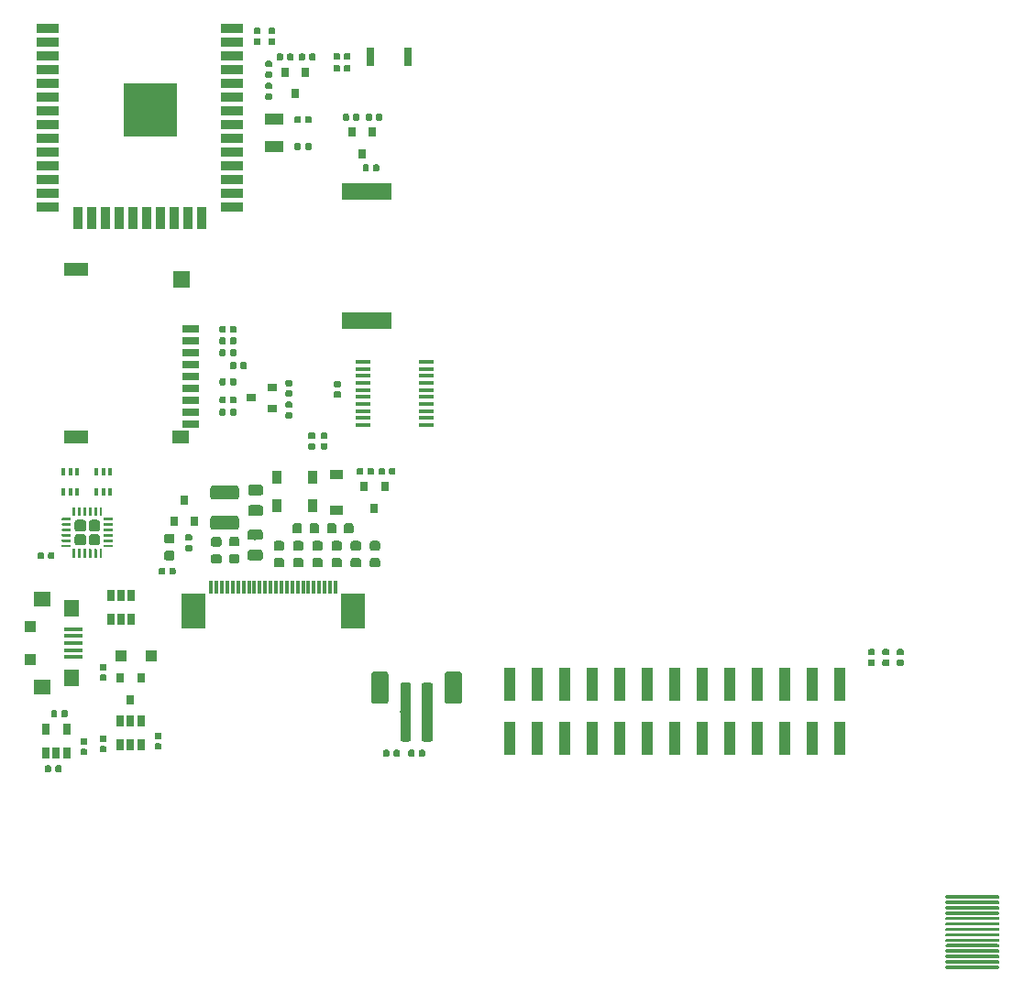
<source format=gbp>
G04 #@! TF.GenerationSoftware,KiCad,Pcbnew,5.99.0-unknown-c3175b4~100~ubuntu16.04.1*
G04 #@! TF.CreationDate,2020-01-01T10:39:55+05:30*
G04 #@! TF.ProjectId,paperd.ink_final_panel,70617065-7264-42e6-996e-6b5f66696e61,rev?*
G04 #@! TF.SameCoordinates,Original*
G04 #@! TF.FileFunction,Paste,Bot*
G04 #@! TF.FilePolarity,Positive*
%FSLAX46Y46*%
G04 Gerber Fmt 4.6, Leading zero omitted, Abs format (unit mm)*
G04 Created by KiCad (PCBNEW 5.99.0-unknown-c3175b4~100~ubuntu16.04.1) date 2020-01-01 10:39:55*
%MOMM*%
%LPD*%
G04 APERTURE LIST*
%ADD10R,0.800000X0.900000*%
%ADD11C,0.100000*%
%ADD12C,0.875000*%
%ADD13C,0.975000*%
%ADD14C,0.590000*%
%ADD15R,2.000000X0.900000*%
%ADD16R,0.900000X2.000000*%
%ADD17R,5.000000X5.000000*%
%ADD18R,1.450000X0.450000*%
%ADD19R,1.600000X0.700000*%
%ADD20R,1.500000X1.200000*%
%ADD21R,1.500000X1.600000*%
%ADD22R,2.200000X1.200000*%
%ADD23R,0.900000X1.200000*%
%ADD24R,1.800000X1.000000*%
%ADD25C,0.250000*%
%ADD26C,1.050000*%
%ADD27R,0.650000X1.060000*%
%ADD28R,0.650000X1.800000*%
%ADD29R,0.400000X0.650000*%
%ADD30R,0.900000X0.800000*%
%ADD31C,1.250000*%
%ADD32R,1.000000X1.100000*%
%ADD33R,1.500000X1.350000*%
%ADD34R,1.400000X1.500000*%
%ADD35R,1.800000X0.400000*%
%ADD36R,1.100000X1.100000*%
%ADD37R,1.200000X0.900000*%
%ADD38R,4.600000X1.600000*%
%ADD39C,1.600000*%
%ADD40C,1.000000*%
%ADD41C,0.300000*%
%ADD42R,1.000000X3.150000*%
%ADD43R,2.200000X3.300000*%
%ADD44R,0.300000X1.300000*%
G04 APERTURE END LIST*
D10*
G04 #@! TO.C,Q2*
X117210000Y-114370000D03*
X116260000Y-116370000D03*
X118160000Y-116370000D03*
G04 #@! TD*
D11*
G04 #@! TO.C,R6*
G36*
X116199962Y-119086651D02*
G01*
X116270930Y-119134070D01*
X116318349Y-119205038D01*
X116335000Y-119288750D01*
X116335000Y-119726250D01*
X116318349Y-119809962D01*
X116270930Y-119880930D01*
X116199962Y-119928349D01*
X116116250Y-119945000D01*
X115603750Y-119945000D01*
X115520038Y-119928349D01*
X115449070Y-119880930D01*
X115401651Y-119809962D01*
X115385000Y-119726250D01*
X115385000Y-119288750D01*
X115401651Y-119205038D01*
X115449070Y-119134070D01*
X115520038Y-119086651D01*
X115603750Y-119070000D01*
X116116250Y-119070000D01*
X116199962Y-119086651D01*
X116199962Y-119086651D01*
G37*
D12*
X115860000Y-119507500D03*
D11*
G36*
X116199962Y-117511651D02*
G01*
X116270930Y-117559070D01*
X116318349Y-117630038D01*
X116335000Y-117713750D01*
X116335000Y-118151250D01*
X116318349Y-118234962D01*
X116270930Y-118305930D01*
X116199962Y-118353349D01*
X116116250Y-118370000D01*
X115603750Y-118370000D01*
X115520038Y-118353349D01*
X115449070Y-118305930D01*
X115401651Y-118234962D01*
X115385000Y-118151250D01*
X115385000Y-117713750D01*
X115401651Y-117630038D01*
X115449070Y-117559070D01*
X115520038Y-117511651D01*
X115603750Y-117495000D01*
X116116250Y-117495000D01*
X116199962Y-117511651D01*
X116199962Y-117511651D01*
G37*
D12*
X115860000Y-117932500D03*
G04 #@! TD*
D11*
G04 #@! TO.C,C11*
G36*
X126309962Y-119749151D02*
G01*
X126380930Y-119796570D01*
X126428349Y-119867538D01*
X126445000Y-119951250D01*
X126445000Y-120388750D01*
X126428349Y-120472462D01*
X126380930Y-120543430D01*
X126309962Y-120590849D01*
X126226250Y-120607500D01*
X125713750Y-120607500D01*
X125630038Y-120590849D01*
X125559070Y-120543430D01*
X125511651Y-120472462D01*
X125495000Y-120388750D01*
X125495000Y-119951250D01*
X125511651Y-119867538D01*
X125559070Y-119796570D01*
X125630038Y-119749151D01*
X125713750Y-119732500D01*
X126226250Y-119732500D01*
X126309962Y-119749151D01*
X126309962Y-119749151D01*
G37*
D12*
X125970000Y-120170000D03*
D11*
G36*
X126309962Y-118174151D02*
G01*
X126380930Y-118221570D01*
X126428349Y-118292538D01*
X126445000Y-118376250D01*
X126445000Y-118813750D01*
X126428349Y-118897462D01*
X126380930Y-118968430D01*
X126309962Y-119015849D01*
X126226250Y-119032500D01*
X125713750Y-119032500D01*
X125630038Y-119015849D01*
X125559070Y-118968430D01*
X125511651Y-118897462D01*
X125495000Y-118813750D01*
X125495000Y-118376250D01*
X125511651Y-118292538D01*
X125559070Y-118221570D01*
X125630038Y-118174151D01*
X125713750Y-118157500D01*
X126226250Y-118157500D01*
X126309962Y-118174151D01*
X126309962Y-118174151D01*
G37*
D12*
X125970000Y-118595000D03*
G04 #@! TD*
D11*
G04 #@! TO.C,C3*
G36*
X122179962Y-117801651D02*
G01*
X122250930Y-117849070D01*
X122298349Y-117920038D01*
X122315000Y-118003750D01*
X122315000Y-118441250D01*
X122298349Y-118524962D01*
X122250930Y-118595930D01*
X122179962Y-118643349D01*
X122096250Y-118660000D01*
X121583750Y-118660000D01*
X121500038Y-118643349D01*
X121429070Y-118595930D01*
X121381651Y-118524962D01*
X121365000Y-118441250D01*
X121365000Y-118003750D01*
X121381651Y-117920038D01*
X121429070Y-117849070D01*
X121500038Y-117801651D01*
X121583750Y-117785000D01*
X122096250Y-117785000D01*
X122179962Y-117801651D01*
X122179962Y-117801651D01*
G37*
D12*
X121840000Y-118222500D03*
D11*
G36*
X122179962Y-119376651D02*
G01*
X122250930Y-119424070D01*
X122298349Y-119495038D01*
X122315000Y-119578750D01*
X122315000Y-120016250D01*
X122298349Y-120099962D01*
X122250930Y-120170930D01*
X122179962Y-120218349D01*
X122096250Y-120235000D01*
X121583750Y-120235000D01*
X121500038Y-120218349D01*
X121429070Y-120170930D01*
X121381651Y-120099962D01*
X121365000Y-120016250D01*
X121365000Y-119578750D01*
X121381651Y-119495038D01*
X121429070Y-119424070D01*
X121500038Y-119376651D01*
X121583750Y-119360000D01*
X122096250Y-119360000D01*
X122179962Y-119376651D01*
X122179962Y-119376651D01*
G37*
D12*
X121840000Y-119797500D03*
G04 #@! TD*
D11*
G04 #@! TO.C,C14*
G36*
X131631962Y-118174151D02*
G01*
X131702930Y-118221570D01*
X131750349Y-118292538D01*
X131767000Y-118376250D01*
X131767000Y-118813750D01*
X131750349Y-118897462D01*
X131702930Y-118968430D01*
X131631962Y-119015849D01*
X131548250Y-119032500D01*
X131035750Y-119032500D01*
X130952038Y-119015849D01*
X130881070Y-118968430D01*
X130833651Y-118897462D01*
X130817000Y-118813750D01*
X130817000Y-118376250D01*
X130833651Y-118292538D01*
X130881070Y-118221570D01*
X130952038Y-118174151D01*
X131035750Y-118157500D01*
X131548250Y-118157500D01*
X131631962Y-118174151D01*
X131631962Y-118174151D01*
G37*
D12*
X131292000Y-118595000D03*
D11*
G36*
X131631962Y-119749151D02*
G01*
X131702930Y-119796570D01*
X131750349Y-119867538D01*
X131767000Y-119951250D01*
X131767000Y-120388750D01*
X131750349Y-120472462D01*
X131702930Y-120543430D01*
X131631962Y-120590849D01*
X131548250Y-120607500D01*
X131035750Y-120607500D01*
X130952038Y-120590849D01*
X130881070Y-120543430D01*
X130833651Y-120472462D01*
X130817000Y-120388750D01*
X130817000Y-119951250D01*
X130833651Y-119867538D01*
X130881070Y-119796570D01*
X130952038Y-119749151D01*
X131035750Y-119732500D01*
X131548250Y-119732500D01*
X131631962Y-119749151D01*
X131631962Y-119749151D01*
G37*
D12*
X131292000Y-120170000D03*
G04 #@! TD*
D11*
G04 #@! TO.C,C12*
G36*
X128083962Y-118174151D02*
G01*
X128154930Y-118221570D01*
X128202349Y-118292538D01*
X128219000Y-118376250D01*
X128219000Y-118813750D01*
X128202349Y-118897462D01*
X128154930Y-118968430D01*
X128083962Y-119015849D01*
X128000250Y-119032500D01*
X127487750Y-119032500D01*
X127404038Y-119015849D01*
X127333070Y-118968430D01*
X127285651Y-118897462D01*
X127269000Y-118813750D01*
X127269000Y-118376250D01*
X127285651Y-118292538D01*
X127333070Y-118221570D01*
X127404038Y-118174151D01*
X127487750Y-118157500D01*
X128000250Y-118157500D01*
X128083962Y-118174151D01*
X128083962Y-118174151D01*
G37*
D12*
X127744000Y-118595000D03*
D11*
G36*
X128083962Y-119749151D02*
G01*
X128154930Y-119796570D01*
X128202349Y-119867538D01*
X128219000Y-119951250D01*
X128219000Y-120388750D01*
X128202349Y-120472462D01*
X128154930Y-120543430D01*
X128083962Y-120590849D01*
X128000250Y-120607500D01*
X127487750Y-120607500D01*
X127404038Y-120590849D01*
X127333070Y-120543430D01*
X127285651Y-120472462D01*
X127269000Y-120388750D01*
X127269000Y-119951250D01*
X127285651Y-119867538D01*
X127333070Y-119796570D01*
X127404038Y-119749151D01*
X127487750Y-119732500D01*
X128000250Y-119732500D01*
X128083962Y-119749151D01*
X128083962Y-119749151D01*
G37*
D12*
X127744000Y-120170000D03*
G04 #@! TD*
D11*
G04 #@! TO.C,C13*
G36*
X129857962Y-118174151D02*
G01*
X129928930Y-118221570D01*
X129976349Y-118292538D01*
X129993000Y-118376250D01*
X129993000Y-118813750D01*
X129976349Y-118897462D01*
X129928930Y-118968430D01*
X129857962Y-119015849D01*
X129774250Y-119032500D01*
X129261750Y-119032500D01*
X129178038Y-119015849D01*
X129107070Y-118968430D01*
X129059651Y-118897462D01*
X129043000Y-118813750D01*
X129043000Y-118376250D01*
X129059651Y-118292538D01*
X129107070Y-118221570D01*
X129178038Y-118174151D01*
X129261750Y-118157500D01*
X129774250Y-118157500D01*
X129857962Y-118174151D01*
X129857962Y-118174151D01*
G37*
D12*
X129518000Y-118595000D03*
D11*
G36*
X129857962Y-119749151D02*
G01*
X129928930Y-119796570D01*
X129976349Y-119867538D01*
X129993000Y-119951250D01*
X129993000Y-120388750D01*
X129976349Y-120472462D01*
X129928930Y-120543430D01*
X129857962Y-120590849D01*
X129774250Y-120607500D01*
X129261750Y-120607500D01*
X129178038Y-120590849D01*
X129107070Y-120543430D01*
X129059651Y-120472462D01*
X129043000Y-120388750D01*
X129043000Y-119951250D01*
X129059651Y-119867538D01*
X129107070Y-119796570D01*
X129178038Y-119749151D01*
X129261750Y-119732500D01*
X129774250Y-119732500D01*
X129857962Y-119749151D01*
X129857962Y-119749151D01*
G37*
D12*
X129518000Y-120170000D03*
G04 #@! TD*
D11*
G04 #@! TO.C,C2*
G36*
X132719962Y-116531651D02*
G01*
X132790930Y-116579070D01*
X132838349Y-116650038D01*
X132855000Y-116733750D01*
X132855000Y-117246250D01*
X132838349Y-117329962D01*
X132790930Y-117400930D01*
X132719962Y-117448349D01*
X132636250Y-117465000D01*
X132198750Y-117465000D01*
X132115038Y-117448349D01*
X132044070Y-117400930D01*
X131996651Y-117329962D01*
X131980000Y-117246250D01*
X131980000Y-116733750D01*
X131996651Y-116650038D01*
X132044070Y-116579070D01*
X132115038Y-116531651D01*
X132198750Y-116515000D01*
X132636250Y-116515000D01*
X132719962Y-116531651D01*
X132719962Y-116531651D01*
G37*
D12*
X132417500Y-116990000D03*
D11*
G36*
X131144962Y-116531651D02*
G01*
X131215930Y-116579070D01*
X131263349Y-116650038D01*
X131280000Y-116733750D01*
X131280000Y-117246250D01*
X131263349Y-117329962D01*
X131215930Y-117400930D01*
X131144962Y-117448349D01*
X131061250Y-117465000D01*
X130623750Y-117465000D01*
X130540038Y-117448349D01*
X130469070Y-117400930D01*
X130421651Y-117329962D01*
X130405000Y-117246250D01*
X130405000Y-116733750D01*
X130421651Y-116650038D01*
X130469070Y-116579070D01*
X130540038Y-116531651D01*
X130623750Y-116515000D01*
X131061250Y-116515000D01*
X131144962Y-116531651D01*
X131144962Y-116531651D01*
G37*
D12*
X130842500Y-116990000D03*
G04 #@! TD*
D11*
G04 #@! TO.C,C10*
G36*
X129529962Y-116541651D02*
G01*
X129600930Y-116589070D01*
X129648349Y-116660038D01*
X129665000Y-116743750D01*
X129665000Y-117256250D01*
X129648349Y-117339962D01*
X129600930Y-117410930D01*
X129529962Y-117458349D01*
X129446250Y-117475000D01*
X129008750Y-117475000D01*
X128925038Y-117458349D01*
X128854070Y-117410930D01*
X128806651Y-117339962D01*
X128790000Y-117256250D01*
X128790000Y-116743750D01*
X128806651Y-116660038D01*
X128854070Y-116589070D01*
X128925038Y-116541651D01*
X129008750Y-116525000D01*
X129446250Y-116525000D01*
X129529962Y-116541651D01*
X129529962Y-116541651D01*
G37*
D12*
X129227500Y-117000000D03*
D11*
G36*
X127954962Y-116541651D02*
G01*
X128025930Y-116589070D01*
X128073349Y-116660038D01*
X128090000Y-116743750D01*
X128090000Y-117256250D01*
X128073349Y-117339962D01*
X128025930Y-117410930D01*
X127954962Y-117458349D01*
X127871250Y-117475000D01*
X127433750Y-117475000D01*
X127350038Y-117458349D01*
X127279070Y-117410930D01*
X127231651Y-117339962D01*
X127215000Y-117256250D01*
X127215000Y-116743750D01*
X127231651Y-116660038D01*
X127279070Y-116589070D01*
X127350038Y-116541651D01*
X127433750Y-116525000D01*
X127871250Y-116525000D01*
X127954962Y-116541651D01*
X127954962Y-116541651D01*
G37*
D12*
X127652500Y-117000000D03*
G04 #@! TD*
D11*
G04 #@! TO.C,C16*
G36*
X135179962Y-118174151D02*
G01*
X135250930Y-118221570D01*
X135298349Y-118292538D01*
X135315000Y-118376250D01*
X135315000Y-118813750D01*
X135298349Y-118897462D01*
X135250930Y-118968430D01*
X135179962Y-119015849D01*
X135096250Y-119032500D01*
X134583750Y-119032500D01*
X134500038Y-119015849D01*
X134429070Y-118968430D01*
X134381651Y-118897462D01*
X134365000Y-118813750D01*
X134365000Y-118376250D01*
X134381651Y-118292538D01*
X134429070Y-118221570D01*
X134500038Y-118174151D01*
X134583750Y-118157500D01*
X135096250Y-118157500D01*
X135179962Y-118174151D01*
X135179962Y-118174151D01*
G37*
D12*
X134840000Y-118595000D03*
D11*
G36*
X135179962Y-119749151D02*
G01*
X135250930Y-119796570D01*
X135298349Y-119867538D01*
X135315000Y-119951250D01*
X135315000Y-120388750D01*
X135298349Y-120472462D01*
X135250930Y-120543430D01*
X135179962Y-120590849D01*
X135096250Y-120607500D01*
X134583750Y-120607500D01*
X134500038Y-120590849D01*
X134429070Y-120543430D01*
X134381651Y-120472462D01*
X134365000Y-120388750D01*
X134365000Y-119951250D01*
X134381651Y-119867538D01*
X134429070Y-119796570D01*
X134500038Y-119749151D01*
X134583750Y-119732500D01*
X135096250Y-119732500D01*
X135179962Y-119749151D01*
X135179962Y-119749151D01*
G37*
D12*
X134840000Y-120170000D03*
G04 #@! TD*
D11*
G04 #@! TO.C,C15*
G36*
X133405962Y-118174151D02*
G01*
X133476930Y-118221570D01*
X133524349Y-118292538D01*
X133541000Y-118376250D01*
X133541000Y-118813750D01*
X133524349Y-118897462D01*
X133476930Y-118968430D01*
X133405962Y-119015849D01*
X133322250Y-119032500D01*
X132809750Y-119032500D01*
X132726038Y-119015849D01*
X132655070Y-118968430D01*
X132607651Y-118897462D01*
X132591000Y-118813750D01*
X132591000Y-118376250D01*
X132607651Y-118292538D01*
X132655070Y-118221570D01*
X132726038Y-118174151D01*
X132809750Y-118157500D01*
X133322250Y-118157500D01*
X133405962Y-118174151D01*
X133405962Y-118174151D01*
G37*
D12*
X133066000Y-118595000D03*
D11*
G36*
X133405962Y-119749151D02*
G01*
X133476930Y-119796570D01*
X133524349Y-119867538D01*
X133541000Y-119951250D01*
X133541000Y-120388750D01*
X133524349Y-120472462D01*
X133476930Y-120543430D01*
X133405962Y-120590849D01*
X133322250Y-120607500D01*
X132809750Y-120607500D01*
X132726038Y-120590849D01*
X132655070Y-120543430D01*
X132607651Y-120472462D01*
X132591000Y-120388750D01*
X132591000Y-119951250D01*
X132607651Y-119867538D01*
X132655070Y-119796570D01*
X132726038Y-119749151D01*
X132809750Y-119732500D01*
X133322250Y-119732500D01*
X133405962Y-119749151D01*
X133405962Y-119749151D01*
G37*
D12*
X133066000Y-120170000D03*
G04 #@! TD*
D11*
G04 #@! TO.C,C1*
G36*
X120519962Y-117821651D02*
G01*
X120590930Y-117869070D01*
X120638349Y-117940038D01*
X120655000Y-118023750D01*
X120655000Y-118461250D01*
X120638349Y-118544962D01*
X120590930Y-118615930D01*
X120519962Y-118663349D01*
X120436250Y-118680000D01*
X119923750Y-118680000D01*
X119840038Y-118663349D01*
X119769070Y-118615930D01*
X119721651Y-118544962D01*
X119705000Y-118461250D01*
X119705000Y-118023750D01*
X119721651Y-117940038D01*
X119769070Y-117869070D01*
X119840038Y-117821651D01*
X119923750Y-117805000D01*
X120436250Y-117805000D01*
X120519962Y-117821651D01*
X120519962Y-117821651D01*
G37*
D12*
X120180000Y-118242500D03*
D11*
G36*
X120519962Y-119396651D02*
G01*
X120590930Y-119444070D01*
X120638349Y-119515038D01*
X120655000Y-119598750D01*
X120655000Y-120036250D01*
X120638349Y-120119962D01*
X120590930Y-120190930D01*
X120519962Y-120238349D01*
X120436250Y-120255000D01*
X119923750Y-120255000D01*
X119840038Y-120238349D01*
X119769070Y-120190930D01*
X119721651Y-120119962D01*
X119705000Y-120036250D01*
X119705000Y-119598750D01*
X119721651Y-119515038D01*
X119769070Y-119444070D01*
X119840038Y-119396651D01*
X119923750Y-119380000D01*
X120436250Y-119380000D01*
X120519962Y-119396651D01*
X120519962Y-119396651D01*
G37*
D12*
X120180000Y-119817500D03*
G04 #@! TD*
D11*
G04 #@! TO.C,C7*
G36*
X124359529Y-112988554D02*
G01*
X124438607Y-113041393D01*
X124491446Y-113120471D01*
X124510000Y-113213750D01*
X124510000Y-113701250D01*
X124491446Y-113794529D01*
X124438607Y-113873607D01*
X124359529Y-113926446D01*
X124266250Y-113945000D01*
X123353750Y-113945000D01*
X123260471Y-113926446D01*
X123181393Y-113873607D01*
X123128554Y-113794529D01*
X123110000Y-113701250D01*
X123110000Y-113213750D01*
X123128554Y-113120471D01*
X123181393Y-113041393D01*
X123260471Y-112988554D01*
X123353750Y-112970000D01*
X124266250Y-112970000D01*
X124359529Y-112988554D01*
X124359529Y-112988554D01*
G37*
D13*
X123810000Y-113457500D03*
D11*
G36*
X124359529Y-114863554D02*
G01*
X124438607Y-114916393D01*
X124491446Y-114995471D01*
X124510000Y-115088750D01*
X124510000Y-115576250D01*
X124491446Y-115669529D01*
X124438607Y-115748607D01*
X124359529Y-115801446D01*
X124266250Y-115820000D01*
X123353750Y-115820000D01*
X123260471Y-115801446D01*
X123181393Y-115748607D01*
X123128554Y-115669529D01*
X123110000Y-115576250D01*
X123110000Y-115088750D01*
X123128554Y-114995471D01*
X123181393Y-114916393D01*
X123260471Y-114863554D01*
X123353750Y-114845000D01*
X124266250Y-114845000D01*
X124359529Y-114863554D01*
X124359529Y-114863554D01*
G37*
D13*
X123810000Y-115332500D03*
G04 #@! TD*
D11*
G04 #@! TO.C,C9*
G36*
X124329529Y-117118554D02*
G01*
X124408607Y-117171393D01*
X124461446Y-117250471D01*
X124480000Y-117343750D01*
X124480000Y-117831250D01*
X124461446Y-117924529D01*
X124408607Y-118003607D01*
X124329529Y-118056446D01*
X124236250Y-118075000D01*
X123323750Y-118075000D01*
X123230471Y-118056446D01*
X123151393Y-118003607D01*
X123098554Y-117924529D01*
X123080000Y-117831250D01*
X123080000Y-117343750D01*
X123098554Y-117250471D01*
X123151393Y-117171393D01*
X123230471Y-117118554D01*
X123323750Y-117100000D01*
X124236250Y-117100000D01*
X124329529Y-117118554D01*
X124329529Y-117118554D01*
G37*
D13*
X123780000Y-117587500D03*
D11*
G36*
X124329529Y-118993554D02*
G01*
X124408607Y-119046393D01*
X124461446Y-119125471D01*
X124480000Y-119218750D01*
X124480000Y-119706250D01*
X124461446Y-119799529D01*
X124408607Y-119878607D01*
X124329529Y-119931446D01*
X124236250Y-119950000D01*
X123323750Y-119950000D01*
X123230471Y-119931446D01*
X123151393Y-119878607D01*
X123098554Y-119799529D01*
X123080000Y-119706250D01*
X123080000Y-119218750D01*
X123098554Y-119125471D01*
X123151393Y-119046393D01*
X123230471Y-118993554D01*
X123323750Y-118975000D01*
X124236250Y-118975000D01*
X124329529Y-118993554D01*
X124329529Y-118993554D01*
G37*
D13*
X123780000Y-119462500D03*
G04 #@! TD*
D11*
G04 #@! TO.C,C24*
G36*
X131598946Y-104351228D02*
G01*
X131646798Y-104383202D01*
X131678772Y-104431054D01*
X131690000Y-104487500D01*
X131690000Y-104782500D01*
X131678772Y-104838946D01*
X131646798Y-104886798D01*
X131598946Y-104918772D01*
X131542500Y-104930000D01*
X131197500Y-104930000D01*
X131141054Y-104918772D01*
X131093202Y-104886798D01*
X131061228Y-104838946D01*
X131050000Y-104782500D01*
X131050000Y-104487500D01*
X131061228Y-104431054D01*
X131093202Y-104383202D01*
X131141054Y-104351228D01*
X131197500Y-104340000D01*
X131542500Y-104340000D01*
X131598946Y-104351228D01*
X131598946Y-104351228D01*
G37*
D14*
X131370000Y-104635000D03*
D11*
G36*
X131598946Y-103381228D02*
G01*
X131646798Y-103413202D01*
X131678772Y-103461054D01*
X131690000Y-103517500D01*
X131690000Y-103812500D01*
X131678772Y-103868946D01*
X131646798Y-103916798D01*
X131598946Y-103948772D01*
X131542500Y-103960000D01*
X131197500Y-103960000D01*
X131141054Y-103948772D01*
X131093202Y-103916798D01*
X131061228Y-103868946D01*
X131050000Y-103812500D01*
X131050000Y-103517500D01*
X131061228Y-103461054D01*
X131093202Y-103413202D01*
X131141054Y-103381228D01*
X131197500Y-103370000D01*
X131542500Y-103370000D01*
X131598946Y-103381228D01*
X131598946Y-103381228D01*
G37*
D14*
X131370000Y-103665000D03*
G04 #@! TD*
D15*
G04 #@! TO.C,U6*
X104630000Y-70815000D03*
X104630000Y-72085000D03*
X104630000Y-73355000D03*
X104630000Y-74625000D03*
X104630000Y-75895000D03*
X104630000Y-77165000D03*
X104630000Y-78435000D03*
X104630000Y-79705000D03*
X104630000Y-80975000D03*
X104630000Y-82245000D03*
X104630000Y-83515000D03*
X104630000Y-84785000D03*
X104630000Y-86055000D03*
X104630000Y-87325000D03*
D16*
X107415000Y-88325000D03*
X108685000Y-88325000D03*
X109955000Y-88325000D03*
X111225000Y-88325000D03*
X112495000Y-88325000D03*
X113765000Y-88325000D03*
X115035000Y-88325000D03*
X116305000Y-88325000D03*
X117575000Y-88325000D03*
X118845000Y-88325000D03*
D15*
X121630000Y-87325000D03*
X121630000Y-86055000D03*
X121630000Y-84785000D03*
X121630000Y-83515000D03*
X121630000Y-82245000D03*
X121630000Y-80975000D03*
X121630000Y-79705000D03*
X121630000Y-78435000D03*
X121630000Y-77165000D03*
X121630000Y-75895000D03*
X121630000Y-74625000D03*
X121630000Y-73355000D03*
X121630000Y-72085000D03*
X121630000Y-70815000D03*
D17*
X114130000Y-78315000D03*
G04 #@! TD*
D18*
G04 #@! TO.C,U5*
X139610000Y-107455000D03*
X139610000Y-106805000D03*
X139610000Y-106155000D03*
X139610000Y-105505000D03*
X139610000Y-104855000D03*
X139610000Y-104205000D03*
X139610000Y-103555000D03*
X139610000Y-102905000D03*
X139610000Y-102255000D03*
X139610000Y-101605000D03*
X133710000Y-101605000D03*
X133710000Y-102255000D03*
X133710000Y-102905000D03*
X133710000Y-103555000D03*
X133710000Y-104205000D03*
X133710000Y-104855000D03*
X133710000Y-105505000D03*
X133710000Y-106155000D03*
X133710000Y-106805000D03*
X133710000Y-107455000D03*
G04 #@! TD*
D19*
G04 #@! TO.C,MICRO_SD1*
X117810000Y-100756000D03*
X117810000Y-99656000D03*
X117810000Y-98556000D03*
X117810000Y-101856000D03*
X117810000Y-102956000D03*
X117810000Y-104056000D03*
X117810000Y-106256000D03*
X117810000Y-105156000D03*
X117810000Y-107356000D03*
D20*
X116910000Y-108556000D03*
D21*
X116940000Y-93986000D03*
D22*
X107220000Y-108556000D03*
X107230000Y-93076000D03*
G04 #@! TD*
D11*
G04 #@! TO.C,C23*
G36*
X128883946Y-81391228D02*
G01*
X128931798Y-81423202D01*
X128963772Y-81471054D01*
X128975000Y-81527500D01*
X128975000Y-81872500D01*
X128963772Y-81928946D01*
X128931798Y-81976798D01*
X128883946Y-82008772D01*
X128827500Y-82020000D01*
X128532500Y-82020000D01*
X128476054Y-82008772D01*
X128428202Y-81976798D01*
X128396228Y-81928946D01*
X128385000Y-81872500D01*
X128385000Y-81527500D01*
X128396228Y-81471054D01*
X128428202Y-81423202D01*
X128476054Y-81391228D01*
X128532500Y-81380000D01*
X128827500Y-81380000D01*
X128883946Y-81391228D01*
X128883946Y-81391228D01*
G37*
D14*
X128680000Y-81700000D03*
D11*
G36*
X127913946Y-81391228D02*
G01*
X127961798Y-81423202D01*
X127993772Y-81471054D01*
X128005000Y-81527500D01*
X128005000Y-81872500D01*
X127993772Y-81928946D01*
X127961798Y-81976798D01*
X127913946Y-82008772D01*
X127857500Y-82020000D01*
X127562500Y-82020000D01*
X127506054Y-82008772D01*
X127458202Y-81976798D01*
X127426228Y-81928946D01*
X127415000Y-81872500D01*
X127415000Y-81527500D01*
X127426228Y-81471054D01*
X127458202Y-81423202D01*
X127506054Y-81391228D01*
X127562500Y-81380000D01*
X127857500Y-81380000D01*
X127913946Y-81391228D01*
X127913946Y-81391228D01*
G37*
D14*
X127710000Y-81700000D03*
G04 #@! TD*
D23*
G04 #@! TO.C,D2*
X129060000Y-112310000D03*
X125760000Y-112310000D03*
G04 #@! TD*
D24*
G04 #@! TO.C,Y1*
X125510000Y-79210000D03*
X125510000Y-81710000D03*
G04 #@! TD*
D11*
G04 #@! TO.C,U4*
G36*
X110581418Y-118509758D02*
G01*
X110601694Y-118523306D01*
X110615242Y-118543582D01*
X110620000Y-118567500D01*
X110620000Y-118692500D01*
X110615242Y-118716418D01*
X110601694Y-118736694D01*
X110581418Y-118750242D01*
X110557500Y-118755000D01*
X109857500Y-118755000D01*
X109833582Y-118750242D01*
X109813306Y-118736694D01*
X109799758Y-118716418D01*
X109795000Y-118692500D01*
X109795000Y-118567500D01*
X109799758Y-118543582D01*
X109813306Y-118523306D01*
X109833582Y-118509758D01*
X109857500Y-118505000D01*
X110557500Y-118505000D01*
X110581418Y-118509758D01*
X110581418Y-118509758D01*
G37*
D25*
X110207500Y-118630000D03*
D11*
G36*
X110581418Y-118009758D02*
G01*
X110601694Y-118023306D01*
X110615242Y-118043582D01*
X110620000Y-118067500D01*
X110620000Y-118192500D01*
X110615242Y-118216418D01*
X110601694Y-118236694D01*
X110581418Y-118250242D01*
X110557500Y-118255000D01*
X109857500Y-118255000D01*
X109833582Y-118250242D01*
X109813306Y-118236694D01*
X109799758Y-118216418D01*
X109795000Y-118192500D01*
X109795000Y-118067500D01*
X109799758Y-118043582D01*
X109813306Y-118023306D01*
X109833582Y-118009758D01*
X109857500Y-118005000D01*
X110557500Y-118005000D01*
X110581418Y-118009758D01*
X110581418Y-118009758D01*
G37*
D25*
X110207500Y-118130000D03*
D11*
G36*
X110581418Y-117509758D02*
G01*
X110601694Y-117523306D01*
X110615242Y-117543582D01*
X110620000Y-117567500D01*
X110620000Y-117692500D01*
X110615242Y-117716418D01*
X110601694Y-117736694D01*
X110581418Y-117750242D01*
X110557500Y-117755000D01*
X109857500Y-117755000D01*
X109833582Y-117750242D01*
X109813306Y-117736694D01*
X109799758Y-117716418D01*
X109795000Y-117692500D01*
X109795000Y-117567500D01*
X109799758Y-117543582D01*
X109813306Y-117523306D01*
X109833582Y-117509758D01*
X109857500Y-117505000D01*
X110557500Y-117505000D01*
X110581418Y-117509758D01*
X110581418Y-117509758D01*
G37*
D25*
X110207500Y-117630000D03*
D11*
G36*
X110581418Y-117009758D02*
G01*
X110601694Y-117023306D01*
X110615242Y-117043582D01*
X110620000Y-117067500D01*
X110620000Y-117192500D01*
X110615242Y-117216418D01*
X110601694Y-117236694D01*
X110581418Y-117250242D01*
X110557500Y-117255000D01*
X109857500Y-117255000D01*
X109833582Y-117250242D01*
X109813306Y-117236694D01*
X109799758Y-117216418D01*
X109795000Y-117192500D01*
X109795000Y-117067500D01*
X109799758Y-117043582D01*
X109813306Y-117023306D01*
X109833582Y-117009758D01*
X109857500Y-117005000D01*
X110557500Y-117005000D01*
X110581418Y-117009758D01*
X110581418Y-117009758D01*
G37*
D25*
X110207500Y-117130000D03*
D11*
G36*
X110581418Y-116509758D02*
G01*
X110601694Y-116523306D01*
X110615242Y-116543582D01*
X110620000Y-116567500D01*
X110620000Y-116692500D01*
X110615242Y-116716418D01*
X110601694Y-116736694D01*
X110581418Y-116750242D01*
X110557500Y-116755000D01*
X109857500Y-116755000D01*
X109833582Y-116750242D01*
X109813306Y-116736694D01*
X109799758Y-116716418D01*
X109795000Y-116692500D01*
X109795000Y-116567500D01*
X109799758Y-116543582D01*
X109813306Y-116523306D01*
X109833582Y-116509758D01*
X109857500Y-116505000D01*
X110557500Y-116505000D01*
X110581418Y-116509758D01*
X110581418Y-116509758D01*
G37*
D25*
X110207500Y-116630000D03*
D11*
G36*
X110581418Y-116009758D02*
G01*
X110601694Y-116023306D01*
X110615242Y-116043582D01*
X110620000Y-116067500D01*
X110620000Y-116192500D01*
X110615242Y-116216418D01*
X110601694Y-116236694D01*
X110581418Y-116250242D01*
X110557500Y-116255000D01*
X109857500Y-116255000D01*
X109833582Y-116250242D01*
X109813306Y-116236694D01*
X109799758Y-116216418D01*
X109795000Y-116192500D01*
X109795000Y-116067500D01*
X109799758Y-116043582D01*
X109813306Y-116023306D01*
X109833582Y-116009758D01*
X109857500Y-116005000D01*
X110557500Y-116005000D01*
X110581418Y-116009758D01*
X110581418Y-116009758D01*
G37*
D25*
X110207500Y-116130000D03*
D11*
G36*
X109606418Y-115034758D02*
G01*
X109626694Y-115048306D01*
X109640242Y-115068582D01*
X109645000Y-115092500D01*
X109645000Y-115792500D01*
X109640242Y-115816418D01*
X109626694Y-115836694D01*
X109606418Y-115850242D01*
X109582500Y-115855000D01*
X109457500Y-115855000D01*
X109433582Y-115850242D01*
X109413306Y-115836694D01*
X109399758Y-115816418D01*
X109395000Y-115792500D01*
X109395000Y-115092500D01*
X109399758Y-115068582D01*
X109413306Y-115048306D01*
X109433582Y-115034758D01*
X109457500Y-115030000D01*
X109582500Y-115030000D01*
X109606418Y-115034758D01*
X109606418Y-115034758D01*
G37*
D25*
X109520000Y-115442500D03*
D11*
G36*
X109106418Y-115034758D02*
G01*
X109126694Y-115048306D01*
X109140242Y-115068582D01*
X109145000Y-115092500D01*
X109145000Y-115792500D01*
X109140242Y-115816418D01*
X109126694Y-115836694D01*
X109106418Y-115850242D01*
X109082500Y-115855000D01*
X108957500Y-115855000D01*
X108933582Y-115850242D01*
X108913306Y-115836694D01*
X108899758Y-115816418D01*
X108895000Y-115792500D01*
X108895000Y-115092500D01*
X108899758Y-115068582D01*
X108913306Y-115048306D01*
X108933582Y-115034758D01*
X108957500Y-115030000D01*
X109082500Y-115030000D01*
X109106418Y-115034758D01*
X109106418Y-115034758D01*
G37*
D25*
X109020000Y-115442500D03*
D11*
G36*
X108606418Y-115034758D02*
G01*
X108626694Y-115048306D01*
X108640242Y-115068582D01*
X108645000Y-115092500D01*
X108645000Y-115792500D01*
X108640242Y-115816418D01*
X108626694Y-115836694D01*
X108606418Y-115850242D01*
X108582500Y-115855000D01*
X108457500Y-115855000D01*
X108433582Y-115850242D01*
X108413306Y-115836694D01*
X108399758Y-115816418D01*
X108395000Y-115792500D01*
X108395000Y-115092500D01*
X108399758Y-115068582D01*
X108413306Y-115048306D01*
X108433582Y-115034758D01*
X108457500Y-115030000D01*
X108582500Y-115030000D01*
X108606418Y-115034758D01*
X108606418Y-115034758D01*
G37*
D25*
X108520000Y-115442500D03*
D11*
G36*
X108106418Y-115034758D02*
G01*
X108126694Y-115048306D01*
X108140242Y-115068582D01*
X108145000Y-115092500D01*
X108145000Y-115792500D01*
X108140242Y-115816418D01*
X108126694Y-115836694D01*
X108106418Y-115850242D01*
X108082500Y-115855000D01*
X107957500Y-115855000D01*
X107933582Y-115850242D01*
X107913306Y-115836694D01*
X107899758Y-115816418D01*
X107895000Y-115792500D01*
X107895000Y-115092500D01*
X107899758Y-115068582D01*
X107913306Y-115048306D01*
X107933582Y-115034758D01*
X107957500Y-115030000D01*
X108082500Y-115030000D01*
X108106418Y-115034758D01*
X108106418Y-115034758D01*
G37*
D25*
X108020000Y-115442500D03*
D11*
G36*
X107606418Y-115034758D02*
G01*
X107626694Y-115048306D01*
X107640242Y-115068582D01*
X107645000Y-115092500D01*
X107645000Y-115792500D01*
X107640242Y-115816418D01*
X107626694Y-115836694D01*
X107606418Y-115850242D01*
X107582500Y-115855000D01*
X107457500Y-115855000D01*
X107433582Y-115850242D01*
X107413306Y-115836694D01*
X107399758Y-115816418D01*
X107395000Y-115792500D01*
X107395000Y-115092500D01*
X107399758Y-115068582D01*
X107413306Y-115048306D01*
X107433582Y-115034758D01*
X107457500Y-115030000D01*
X107582500Y-115030000D01*
X107606418Y-115034758D01*
X107606418Y-115034758D01*
G37*
D25*
X107520000Y-115442500D03*
D11*
G36*
X107106418Y-115034758D02*
G01*
X107126694Y-115048306D01*
X107140242Y-115068582D01*
X107145000Y-115092500D01*
X107145000Y-115792500D01*
X107140242Y-115816418D01*
X107126694Y-115836694D01*
X107106418Y-115850242D01*
X107082500Y-115855000D01*
X106957500Y-115855000D01*
X106933582Y-115850242D01*
X106913306Y-115836694D01*
X106899758Y-115816418D01*
X106895000Y-115792500D01*
X106895000Y-115092500D01*
X106899758Y-115068582D01*
X106913306Y-115048306D01*
X106933582Y-115034758D01*
X106957500Y-115030000D01*
X107082500Y-115030000D01*
X107106418Y-115034758D01*
X107106418Y-115034758D01*
G37*
D25*
X107020000Y-115442500D03*
D11*
G36*
X106706418Y-116009758D02*
G01*
X106726694Y-116023306D01*
X106740242Y-116043582D01*
X106745000Y-116067500D01*
X106745000Y-116192500D01*
X106740242Y-116216418D01*
X106726694Y-116236694D01*
X106706418Y-116250242D01*
X106682500Y-116255000D01*
X105982500Y-116255000D01*
X105958582Y-116250242D01*
X105938306Y-116236694D01*
X105924758Y-116216418D01*
X105920000Y-116192500D01*
X105920000Y-116067500D01*
X105924758Y-116043582D01*
X105938306Y-116023306D01*
X105958582Y-116009758D01*
X105982500Y-116005000D01*
X106682500Y-116005000D01*
X106706418Y-116009758D01*
X106706418Y-116009758D01*
G37*
D25*
X106332500Y-116130000D03*
D11*
G36*
X106706418Y-116509758D02*
G01*
X106726694Y-116523306D01*
X106740242Y-116543582D01*
X106745000Y-116567500D01*
X106745000Y-116692500D01*
X106740242Y-116716418D01*
X106726694Y-116736694D01*
X106706418Y-116750242D01*
X106682500Y-116755000D01*
X105982500Y-116755000D01*
X105958582Y-116750242D01*
X105938306Y-116736694D01*
X105924758Y-116716418D01*
X105920000Y-116692500D01*
X105920000Y-116567500D01*
X105924758Y-116543582D01*
X105938306Y-116523306D01*
X105958582Y-116509758D01*
X105982500Y-116505000D01*
X106682500Y-116505000D01*
X106706418Y-116509758D01*
X106706418Y-116509758D01*
G37*
D25*
X106332500Y-116630000D03*
D11*
G36*
X106706418Y-117009758D02*
G01*
X106726694Y-117023306D01*
X106740242Y-117043582D01*
X106745000Y-117067500D01*
X106745000Y-117192500D01*
X106740242Y-117216418D01*
X106726694Y-117236694D01*
X106706418Y-117250242D01*
X106682500Y-117255000D01*
X105982500Y-117255000D01*
X105958582Y-117250242D01*
X105938306Y-117236694D01*
X105924758Y-117216418D01*
X105920000Y-117192500D01*
X105920000Y-117067500D01*
X105924758Y-117043582D01*
X105938306Y-117023306D01*
X105958582Y-117009758D01*
X105982500Y-117005000D01*
X106682500Y-117005000D01*
X106706418Y-117009758D01*
X106706418Y-117009758D01*
G37*
D25*
X106332500Y-117130000D03*
D11*
G36*
X106706418Y-117509758D02*
G01*
X106726694Y-117523306D01*
X106740242Y-117543582D01*
X106745000Y-117567500D01*
X106745000Y-117692500D01*
X106740242Y-117716418D01*
X106726694Y-117736694D01*
X106706418Y-117750242D01*
X106682500Y-117755000D01*
X105982500Y-117755000D01*
X105958582Y-117750242D01*
X105938306Y-117736694D01*
X105924758Y-117716418D01*
X105920000Y-117692500D01*
X105920000Y-117567500D01*
X105924758Y-117543582D01*
X105938306Y-117523306D01*
X105958582Y-117509758D01*
X105982500Y-117505000D01*
X106682500Y-117505000D01*
X106706418Y-117509758D01*
X106706418Y-117509758D01*
G37*
D25*
X106332500Y-117630000D03*
D11*
G36*
X106706418Y-118009758D02*
G01*
X106726694Y-118023306D01*
X106740242Y-118043582D01*
X106745000Y-118067500D01*
X106745000Y-118192500D01*
X106740242Y-118216418D01*
X106726694Y-118236694D01*
X106706418Y-118250242D01*
X106682500Y-118255000D01*
X105982500Y-118255000D01*
X105958582Y-118250242D01*
X105938306Y-118236694D01*
X105924758Y-118216418D01*
X105920000Y-118192500D01*
X105920000Y-118067500D01*
X105924758Y-118043582D01*
X105938306Y-118023306D01*
X105958582Y-118009758D01*
X105982500Y-118005000D01*
X106682500Y-118005000D01*
X106706418Y-118009758D01*
X106706418Y-118009758D01*
G37*
D25*
X106332500Y-118130000D03*
D11*
G36*
X106706418Y-118509758D02*
G01*
X106726694Y-118523306D01*
X106740242Y-118543582D01*
X106745000Y-118567500D01*
X106745000Y-118692500D01*
X106740242Y-118716418D01*
X106726694Y-118736694D01*
X106706418Y-118750242D01*
X106682500Y-118755000D01*
X105982500Y-118755000D01*
X105958582Y-118750242D01*
X105938306Y-118736694D01*
X105924758Y-118716418D01*
X105920000Y-118692500D01*
X105920000Y-118567500D01*
X105924758Y-118543582D01*
X105938306Y-118523306D01*
X105958582Y-118509758D01*
X105982500Y-118505000D01*
X106682500Y-118505000D01*
X106706418Y-118509758D01*
X106706418Y-118509758D01*
G37*
D25*
X106332500Y-118630000D03*
D11*
G36*
X107106418Y-118909758D02*
G01*
X107126694Y-118923306D01*
X107140242Y-118943582D01*
X107145000Y-118967500D01*
X107145000Y-119667500D01*
X107140242Y-119691418D01*
X107126694Y-119711694D01*
X107106418Y-119725242D01*
X107082500Y-119730000D01*
X106957500Y-119730000D01*
X106933582Y-119725242D01*
X106913306Y-119711694D01*
X106899758Y-119691418D01*
X106895000Y-119667500D01*
X106895000Y-118967500D01*
X106899758Y-118943582D01*
X106913306Y-118923306D01*
X106933582Y-118909758D01*
X106957500Y-118905000D01*
X107082500Y-118905000D01*
X107106418Y-118909758D01*
X107106418Y-118909758D01*
G37*
D25*
X107020000Y-119317500D03*
D11*
G36*
X107606418Y-118909758D02*
G01*
X107626694Y-118923306D01*
X107640242Y-118943582D01*
X107645000Y-118967500D01*
X107645000Y-119667500D01*
X107640242Y-119691418D01*
X107626694Y-119711694D01*
X107606418Y-119725242D01*
X107582500Y-119730000D01*
X107457500Y-119730000D01*
X107433582Y-119725242D01*
X107413306Y-119711694D01*
X107399758Y-119691418D01*
X107395000Y-119667500D01*
X107395000Y-118967500D01*
X107399758Y-118943582D01*
X107413306Y-118923306D01*
X107433582Y-118909758D01*
X107457500Y-118905000D01*
X107582500Y-118905000D01*
X107606418Y-118909758D01*
X107606418Y-118909758D01*
G37*
D25*
X107520000Y-119317500D03*
D11*
G36*
X108106418Y-118909758D02*
G01*
X108126694Y-118923306D01*
X108140242Y-118943582D01*
X108145000Y-118967500D01*
X108145000Y-119667500D01*
X108140242Y-119691418D01*
X108126694Y-119711694D01*
X108106418Y-119725242D01*
X108082500Y-119730000D01*
X107957500Y-119730000D01*
X107933582Y-119725242D01*
X107913306Y-119711694D01*
X107899758Y-119691418D01*
X107895000Y-119667500D01*
X107895000Y-118967500D01*
X107899758Y-118943582D01*
X107913306Y-118923306D01*
X107933582Y-118909758D01*
X107957500Y-118905000D01*
X108082500Y-118905000D01*
X108106418Y-118909758D01*
X108106418Y-118909758D01*
G37*
D25*
X108020000Y-119317500D03*
D11*
G36*
X108606418Y-118909758D02*
G01*
X108626694Y-118923306D01*
X108640242Y-118943582D01*
X108645000Y-118967500D01*
X108645000Y-119667500D01*
X108640242Y-119691418D01*
X108626694Y-119711694D01*
X108606418Y-119725242D01*
X108582500Y-119730000D01*
X108457500Y-119730000D01*
X108433582Y-119725242D01*
X108413306Y-119711694D01*
X108399758Y-119691418D01*
X108395000Y-119667500D01*
X108395000Y-118967500D01*
X108399758Y-118943582D01*
X108413306Y-118923306D01*
X108433582Y-118909758D01*
X108457500Y-118905000D01*
X108582500Y-118905000D01*
X108606418Y-118909758D01*
X108606418Y-118909758D01*
G37*
D25*
X108520000Y-119317500D03*
D11*
G36*
X109106418Y-118909758D02*
G01*
X109126694Y-118923306D01*
X109140242Y-118943582D01*
X109145000Y-118967500D01*
X109145000Y-119667500D01*
X109140242Y-119691418D01*
X109126694Y-119711694D01*
X109106418Y-119725242D01*
X109082500Y-119730000D01*
X108957500Y-119730000D01*
X108933582Y-119725242D01*
X108913306Y-119711694D01*
X108899758Y-119691418D01*
X108895000Y-119667500D01*
X108895000Y-118967500D01*
X108899758Y-118943582D01*
X108913306Y-118923306D01*
X108933582Y-118909758D01*
X108957500Y-118905000D01*
X109082500Y-118905000D01*
X109106418Y-118909758D01*
X109106418Y-118909758D01*
G37*
D25*
X109020000Y-119317500D03*
D11*
G36*
X109606418Y-118909758D02*
G01*
X109626694Y-118923306D01*
X109640242Y-118943582D01*
X109645000Y-118967500D01*
X109645000Y-119667500D01*
X109640242Y-119691418D01*
X109626694Y-119711694D01*
X109606418Y-119725242D01*
X109582500Y-119730000D01*
X109457500Y-119730000D01*
X109433582Y-119725242D01*
X109413306Y-119711694D01*
X109399758Y-119691418D01*
X109395000Y-119667500D01*
X109395000Y-118967500D01*
X109399758Y-118943582D01*
X109413306Y-118923306D01*
X109433582Y-118909758D01*
X109457500Y-118905000D01*
X109582500Y-118905000D01*
X109606418Y-118909758D01*
X109606418Y-118909758D01*
G37*
D25*
X109520000Y-119317500D03*
D11*
G36*
X107990671Y-116224030D02*
G01*
X108071777Y-116278223D01*
X108125970Y-116359329D01*
X108145000Y-116454999D01*
X108145000Y-117005001D01*
X108125970Y-117100671D01*
X108071777Y-117181777D01*
X107990671Y-117235970D01*
X107895001Y-117255000D01*
X107344999Y-117255000D01*
X107249329Y-117235970D01*
X107168223Y-117181777D01*
X107114030Y-117100671D01*
X107095000Y-117005001D01*
X107095000Y-116454999D01*
X107114030Y-116359329D01*
X107168223Y-116278223D01*
X107249329Y-116224030D01*
X107344999Y-116205000D01*
X107895001Y-116205000D01*
X107990671Y-116224030D01*
X107990671Y-116224030D01*
G37*
D26*
X107620000Y-116730000D03*
D11*
G36*
X109290671Y-116224030D02*
G01*
X109371777Y-116278223D01*
X109425970Y-116359329D01*
X109445000Y-116454999D01*
X109445000Y-117005001D01*
X109425970Y-117100671D01*
X109371777Y-117181777D01*
X109290671Y-117235970D01*
X109195001Y-117255000D01*
X108644999Y-117255000D01*
X108549329Y-117235970D01*
X108468223Y-117181777D01*
X108414030Y-117100671D01*
X108395000Y-117005001D01*
X108395000Y-116454999D01*
X108414030Y-116359329D01*
X108468223Y-116278223D01*
X108549329Y-116224030D01*
X108644999Y-116205000D01*
X109195001Y-116205000D01*
X109290671Y-116224030D01*
X109290671Y-116224030D01*
G37*
D26*
X108920000Y-116730000D03*
D11*
G36*
X107990671Y-117524030D02*
G01*
X108071777Y-117578223D01*
X108125970Y-117659329D01*
X108145000Y-117754999D01*
X108145000Y-118305001D01*
X108125970Y-118400671D01*
X108071777Y-118481777D01*
X107990671Y-118535970D01*
X107895001Y-118555000D01*
X107344999Y-118555000D01*
X107249329Y-118535970D01*
X107168223Y-118481777D01*
X107114030Y-118400671D01*
X107095000Y-118305001D01*
X107095000Y-117754999D01*
X107114030Y-117659329D01*
X107168223Y-117578223D01*
X107249329Y-117524030D01*
X107344999Y-117505000D01*
X107895001Y-117505000D01*
X107990671Y-117524030D01*
X107990671Y-117524030D01*
G37*
D26*
X107620000Y-118030000D03*
D11*
G36*
X109290671Y-117524030D02*
G01*
X109371777Y-117578223D01*
X109425970Y-117659329D01*
X109445000Y-117754999D01*
X109445000Y-118305001D01*
X109425970Y-118400671D01*
X109371777Y-118481777D01*
X109290671Y-118535970D01*
X109195001Y-118555000D01*
X108644999Y-118555000D01*
X108549329Y-118535970D01*
X108468223Y-118481777D01*
X108414030Y-118400671D01*
X108395000Y-118305001D01*
X108395000Y-117754999D01*
X108414030Y-117659329D01*
X108468223Y-117578223D01*
X108549329Y-117524030D01*
X108644999Y-117505000D01*
X109195001Y-117505000D01*
X109290671Y-117524030D01*
X109290671Y-117524030D01*
G37*
D26*
X108920000Y-118030000D03*
G04 #@! TD*
D27*
G04 #@! TO.C,U3*
X111400000Y-123230000D03*
X112350000Y-123230000D03*
X110450000Y-123230000D03*
X110450000Y-125430000D03*
X111400000Y-125430000D03*
X112350000Y-125430000D03*
G04 #@! TD*
G04 #@! TO.C,U2*
X112268000Y-136990000D03*
X111318000Y-136990000D03*
X113218000Y-136990000D03*
X113218000Y-134790000D03*
X112268000Y-134790000D03*
X111318000Y-134790000D03*
G04 #@! TD*
G04 #@! TO.C,U1*
X106360000Y-135552000D03*
X104460000Y-135552000D03*
X104460000Y-137752000D03*
X105410000Y-137752000D03*
X106360000Y-137752000D03*
G04 #@! TD*
D11*
G04 #@! TO.C,TH1*
G36*
X137049946Y-137473228D02*
G01*
X137097798Y-137505202D01*
X137129772Y-137553054D01*
X137141000Y-137609500D01*
X137141000Y-137954500D01*
X137129772Y-138010946D01*
X137097798Y-138058798D01*
X137049946Y-138090772D01*
X136993500Y-138102000D01*
X136698500Y-138102000D01*
X136642054Y-138090772D01*
X136594202Y-138058798D01*
X136562228Y-138010946D01*
X136551000Y-137954500D01*
X136551000Y-137609500D01*
X136562228Y-137553054D01*
X136594202Y-137505202D01*
X136642054Y-137473228D01*
X136698500Y-137462000D01*
X136993500Y-137462000D01*
X137049946Y-137473228D01*
X137049946Y-137473228D01*
G37*
D14*
X136846000Y-137782000D03*
D11*
G36*
X136079946Y-137473228D02*
G01*
X136127798Y-137505202D01*
X136159772Y-137553054D01*
X136171000Y-137609500D01*
X136171000Y-137954500D01*
X136159772Y-138010946D01*
X136127798Y-138058798D01*
X136079946Y-138090772D01*
X136023500Y-138102000D01*
X135728500Y-138102000D01*
X135672054Y-138090772D01*
X135624202Y-138058798D01*
X135592228Y-138010946D01*
X135581000Y-137954500D01*
X135581000Y-137609500D01*
X135592228Y-137553054D01*
X135624202Y-137505202D01*
X135672054Y-137473228D01*
X135728500Y-137462000D01*
X136023500Y-137462000D01*
X136079946Y-137473228D01*
X136079946Y-137473228D01*
G37*
D14*
X135876000Y-137782000D03*
G04 #@! TD*
D28*
G04 #@! TO.C,SW1*
X134425000Y-73390000D03*
X137875000Y-73390000D03*
G04 #@! TD*
D11*
G04 #@! TO.C,R29*
G36*
X135443946Y-78681228D02*
G01*
X135491798Y-78713202D01*
X135523772Y-78761054D01*
X135535000Y-78817500D01*
X135535000Y-79162500D01*
X135523772Y-79218946D01*
X135491798Y-79266798D01*
X135443946Y-79298772D01*
X135387500Y-79310000D01*
X135092500Y-79310000D01*
X135036054Y-79298772D01*
X134988202Y-79266798D01*
X134956228Y-79218946D01*
X134945000Y-79162500D01*
X134945000Y-78817500D01*
X134956228Y-78761054D01*
X134988202Y-78713202D01*
X135036054Y-78681228D01*
X135092500Y-78670000D01*
X135387500Y-78670000D01*
X135443946Y-78681228D01*
X135443946Y-78681228D01*
G37*
D14*
X135240000Y-78990000D03*
D11*
G36*
X134473946Y-78681228D02*
G01*
X134521798Y-78713202D01*
X134553772Y-78761054D01*
X134565000Y-78817500D01*
X134565000Y-79162500D01*
X134553772Y-79218946D01*
X134521798Y-79266798D01*
X134473946Y-79298772D01*
X134417500Y-79310000D01*
X134122500Y-79310000D01*
X134066054Y-79298772D01*
X134018202Y-79266798D01*
X133986228Y-79218946D01*
X133975000Y-79162500D01*
X133975000Y-78817500D01*
X133986228Y-78761054D01*
X134018202Y-78713202D01*
X134066054Y-78681228D01*
X134122500Y-78670000D01*
X134417500Y-78670000D01*
X134473946Y-78681228D01*
X134473946Y-78681228D01*
G37*
D14*
X134270000Y-78990000D03*
G04 #@! TD*
D11*
G04 #@! TO.C,R28*
G36*
X132338946Y-78681228D02*
G01*
X132386798Y-78713202D01*
X132418772Y-78761054D01*
X132430000Y-78817500D01*
X132430000Y-79162500D01*
X132418772Y-79218946D01*
X132386798Y-79266798D01*
X132338946Y-79298772D01*
X132282500Y-79310000D01*
X131987500Y-79310000D01*
X131931054Y-79298772D01*
X131883202Y-79266798D01*
X131851228Y-79218946D01*
X131840000Y-79162500D01*
X131840000Y-78817500D01*
X131851228Y-78761054D01*
X131883202Y-78713202D01*
X131931054Y-78681228D01*
X131987500Y-78670000D01*
X132282500Y-78670000D01*
X132338946Y-78681228D01*
X132338946Y-78681228D01*
G37*
D14*
X132135000Y-78990000D03*
D11*
G36*
X133308946Y-78681228D02*
G01*
X133356798Y-78713202D01*
X133388772Y-78761054D01*
X133400000Y-78817500D01*
X133400000Y-79162500D01*
X133388772Y-79218946D01*
X133356798Y-79266798D01*
X133308946Y-79298772D01*
X133252500Y-79310000D01*
X132957500Y-79310000D01*
X132901054Y-79298772D01*
X132853202Y-79266798D01*
X132821228Y-79218946D01*
X132810000Y-79162500D01*
X132810000Y-78817500D01*
X132821228Y-78761054D01*
X132853202Y-78713202D01*
X132901054Y-78681228D01*
X132957500Y-78670000D01*
X133252500Y-78670000D01*
X133308946Y-78681228D01*
X133308946Y-78681228D01*
G37*
D14*
X133105000Y-78990000D03*
G04 #@! TD*
D11*
G04 #@! TO.C,R27*
G36*
X134193946Y-83371228D02*
G01*
X134241798Y-83403202D01*
X134273772Y-83451054D01*
X134285000Y-83507500D01*
X134285000Y-83852500D01*
X134273772Y-83908946D01*
X134241798Y-83956798D01*
X134193946Y-83988772D01*
X134137500Y-84000000D01*
X133842500Y-84000000D01*
X133786054Y-83988772D01*
X133738202Y-83956798D01*
X133706228Y-83908946D01*
X133695000Y-83852500D01*
X133695000Y-83507500D01*
X133706228Y-83451054D01*
X133738202Y-83403202D01*
X133786054Y-83371228D01*
X133842500Y-83360000D01*
X134137500Y-83360000D01*
X134193946Y-83371228D01*
X134193946Y-83371228D01*
G37*
D14*
X133990000Y-83680000D03*
D11*
G36*
X135163946Y-83371228D02*
G01*
X135211798Y-83403202D01*
X135243772Y-83451054D01*
X135255000Y-83507500D01*
X135255000Y-83852500D01*
X135243772Y-83908946D01*
X135211798Y-83956798D01*
X135163946Y-83988772D01*
X135107500Y-84000000D01*
X134812500Y-84000000D01*
X134756054Y-83988772D01*
X134708202Y-83956798D01*
X134676228Y-83908946D01*
X134665000Y-83852500D01*
X134665000Y-83507500D01*
X134676228Y-83451054D01*
X134708202Y-83403202D01*
X134756054Y-83371228D01*
X134812500Y-83360000D01*
X135107500Y-83360000D01*
X135163946Y-83371228D01*
X135163946Y-83371228D01*
G37*
D14*
X134960000Y-83680000D03*
G04 #@! TD*
D11*
G04 #@! TO.C,R26*
G36*
X132478946Y-73081228D02*
G01*
X132526798Y-73113202D01*
X132558772Y-73161054D01*
X132570000Y-73217500D01*
X132570000Y-73562500D01*
X132558772Y-73618946D01*
X132526798Y-73666798D01*
X132478946Y-73698772D01*
X132422500Y-73710000D01*
X132127500Y-73710000D01*
X132071054Y-73698772D01*
X132023202Y-73666798D01*
X131991228Y-73618946D01*
X131980000Y-73562500D01*
X131980000Y-73217500D01*
X131991228Y-73161054D01*
X132023202Y-73113202D01*
X132071054Y-73081228D01*
X132127500Y-73070000D01*
X132422500Y-73070000D01*
X132478946Y-73081228D01*
X132478946Y-73081228D01*
G37*
D14*
X132275000Y-73390000D03*
D11*
G36*
X131508946Y-73081228D02*
G01*
X131556798Y-73113202D01*
X131588772Y-73161054D01*
X131600000Y-73217500D01*
X131600000Y-73562500D01*
X131588772Y-73618946D01*
X131556798Y-73666798D01*
X131508946Y-73698772D01*
X131452500Y-73710000D01*
X131157500Y-73710000D01*
X131101054Y-73698772D01*
X131053202Y-73666798D01*
X131021228Y-73618946D01*
X131010000Y-73562500D01*
X131010000Y-73217500D01*
X131021228Y-73161054D01*
X131053202Y-73113202D01*
X131101054Y-73081228D01*
X131157500Y-73070000D01*
X131452500Y-73070000D01*
X131508946Y-73081228D01*
X131508946Y-73081228D01*
G37*
D14*
X131305000Y-73390000D03*
G04 #@! TD*
D11*
G04 #@! TO.C,R25*
G36*
X183568946Y-129131228D02*
G01*
X183616798Y-129163202D01*
X183648772Y-129211054D01*
X183660000Y-129267500D01*
X183660000Y-129562500D01*
X183648772Y-129618946D01*
X183616798Y-129666798D01*
X183568946Y-129698772D01*
X183512500Y-129710000D01*
X183167500Y-129710000D01*
X183111054Y-129698772D01*
X183063202Y-129666798D01*
X183031228Y-129618946D01*
X183020000Y-129562500D01*
X183020000Y-129267500D01*
X183031228Y-129211054D01*
X183063202Y-129163202D01*
X183111054Y-129131228D01*
X183167500Y-129120000D01*
X183512500Y-129120000D01*
X183568946Y-129131228D01*
X183568946Y-129131228D01*
G37*
D14*
X183340000Y-129415000D03*
D11*
G36*
X183568946Y-128161228D02*
G01*
X183616798Y-128193202D01*
X183648772Y-128241054D01*
X183660000Y-128297500D01*
X183660000Y-128592500D01*
X183648772Y-128648946D01*
X183616798Y-128696798D01*
X183568946Y-128728772D01*
X183512500Y-128740000D01*
X183167500Y-128740000D01*
X183111054Y-128728772D01*
X183063202Y-128696798D01*
X183031228Y-128648946D01*
X183020000Y-128592500D01*
X183020000Y-128297500D01*
X183031228Y-128241054D01*
X183063202Y-128193202D01*
X183111054Y-128161228D01*
X183167500Y-128150000D01*
X183512500Y-128150000D01*
X183568946Y-128161228D01*
X183568946Y-128161228D01*
G37*
D14*
X183340000Y-128445000D03*
G04 #@! TD*
D11*
G04 #@! TO.C,R24*
G36*
X180918946Y-129131228D02*
G01*
X180966798Y-129163202D01*
X180998772Y-129211054D01*
X181010000Y-129267500D01*
X181010000Y-129562500D01*
X180998772Y-129618946D01*
X180966798Y-129666798D01*
X180918946Y-129698772D01*
X180862500Y-129710000D01*
X180517500Y-129710000D01*
X180461054Y-129698772D01*
X180413202Y-129666798D01*
X180381228Y-129618946D01*
X180370000Y-129562500D01*
X180370000Y-129267500D01*
X180381228Y-129211054D01*
X180413202Y-129163202D01*
X180461054Y-129131228D01*
X180517500Y-129120000D01*
X180862500Y-129120000D01*
X180918946Y-129131228D01*
X180918946Y-129131228D01*
G37*
D14*
X180690000Y-129415000D03*
D11*
G36*
X180918946Y-128161228D02*
G01*
X180966798Y-128193202D01*
X180998772Y-128241054D01*
X181010000Y-128297500D01*
X181010000Y-128592500D01*
X180998772Y-128648946D01*
X180966798Y-128696798D01*
X180918946Y-128728772D01*
X180862500Y-128740000D01*
X180517500Y-128740000D01*
X180461054Y-128728772D01*
X180413202Y-128696798D01*
X180381228Y-128648946D01*
X180370000Y-128592500D01*
X180370000Y-128297500D01*
X180381228Y-128241054D01*
X180413202Y-128193202D01*
X180461054Y-128161228D01*
X180517500Y-128150000D01*
X180862500Y-128150000D01*
X180918946Y-128161228D01*
X180918946Y-128161228D01*
G37*
D14*
X180690000Y-128445000D03*
G04 #@! TD*
D11*
G04 #@! TO.C,R23*
G36*
X182243946Y-129131228D02*
G01*
X182291798Y-129163202D01*
X182323772Y-129211054D01*
X182335000Y-129267500D01*
X182335000Y-129562500D01*
X182323772Y-129618946D01*
X182291798Y-129666798D01*
X182243946Y-129698772D01*
X182187500Y-129710000D01*
X181842500Y-129710000D01*
X181786054Y-129698772D01*
X181738202Y-129666798D01*
X181706228Y-129618946D01*
X181695000Y-129562500D01*
X181695000Y-129267500D01*
X181706228Y-129211054D01*
X181738202Y-129163202D01*
X181786054Y-129131228D01*
X181842500Y-129120000D01*
X182187500Y-129120000D01*
X182243946Y-129131228D01*
X182243946Y-129131228D01*
G37*
D14*
X182015000Y-129415000D03*
D11*
G36*
X182243946Y-128161228D02*
G01*
X182291798Y-128193202D01*
X182323772Y-128241054D01*
X182335000Y-128297500D01*
X182335000Y-128592500D01*
X182323772Y-128648946D01*
X182291798Y-128696798D01*
X182243946Y-128728772D01*
X182187500Y-128740000D01*
X181842500Y-128740000D01*
X181786054Y-128728772D01*
X181738202Y-128696798D01*
X181706228Y-128648946D01*
X181695000Y-128592500D01*
X181695000Y-128297500D01*
X181706228Y-128241054D01*
X181738202Y-128193202D01*
X181786054Y-128161228D01*
X181842500Y-128150000D01*
X182187500Y-128150000D01*
X182243946Y-128161228D01*
X182243946Y-128161228D01*
G37*
D14*
X182015000Y-128445000D03*
G04 #@! TD*
D11*
G04 #@! TO.C,R22*
G36*
X127118946Y-104246228D02*
G01*
X127166798Y-104278202D01*
X127198772Y-104326054D01*
X127210000Y-104382500D01*
X127210000Y-104677500D01*
X127198772Y-104733946D01*
X127166798Y-104781798D01*
X127118946Y-104813772D01*
X127062500Y-104825000D01*
X126717500Y-104825000D01*
X126661054Y-104813772D01*
X126613202Y-104781798D01*
X126581228Y-104733946D01*
X126570000Y-104677500D01*
X126570000Y-104382500D01*
X126581228Y-104326054D01*
X126613202Y-104278202D01*
X126661054Y-104246228D01*
X126717500Y-104235000D01*
X127062500Y-104235000D01*
X127118946Y-104246228D01*
X127118946Y-104246228D01*
G37*
D14*
X126890000Y-104530000D03*
D11*
G36*
X127118946Y-103276228D02*
G01*
X127166798Y-103308202D01*
X127198772Y-103356054D01*
X127210000Y-103412500D01*
X127210000Y-103707500D01*
X127198772Y-103763946D01*
X127166798Y-103811798D01*
X127118946Y-103843772D01*
X127062500Y-103855000D01*
X126717500Y-103855000D01*
X126661054Y-103843772D01*
X126613202Y-103811798D01*
X126581228Y-103763946D01*
X126570000Y-103707500D01*
X126570000Y-103412500D01*
X126581228Y-103356054D01*
X126613202Y-103308202D01*
X126661054Y-103276228D01*
X126717500Y-103265000D01*
X127062500Y-103265000D01*
X127118946Y-103276228D01*
X127118946Y-103276228D01*
G37*
D14*
X126890000Y-103560000D03*
G04 #@! TD*
D11*
G04 #@! TO.C,R21*
G36*
X127118946Y-106271228D02*
G01*
X127166798Y-106303202D01*
X127198772Y-106351054D01*
X127210000Y-106407500D01*
X127210000Y-106702500D01*
X127198772Y-106758946D01*
X127166798Y-106806798D01*
X127118946Y-106838772D01*
X127062500Y-106850000D01*
X126717500Y-106850000D01*
X126661054Y-106838772D01*
X126613202Y-106806798D01*
X126581228Y-106758946D01*
X126570000Y-106702500D01*
X126570000Y-106407500D01*
X126581228Y-106351054D01*
X126613202Y-106303202D01*
X126661054Y-106271228D01*
X126717500Y-106260000D01*
X127062500Y-106260000D01*
X127118946Y-106271228D01*
X127118946Y-106271228D01*
G37*
D14*
X126890000Y-106555000D03*
D11*
G36*
X127118946Y-105301228D02*
G01*
X127166798Y-105333202D01*
X127198772Y-105381054D01*
X127210000Y-105437500D01*
X127210000Y-105732500D01*
X127198772Y-105788946D01*
X127166798Y-105836798D01*
X127118946Y-105868772D01*
X127062500Y-105880000D01*
X126717500Y-105880000D01*
X126661054Y-105868772D01*
X126613202Y-105836798D01*
X126581228Y-105788946D01*
X126570000Y-105732500D01*
X126570000Y-105437500D01*
X126581228Y-105381054D01*
X126613202Y-105333202D01*
X126661054Y-105301228D01*
X126717500Y-105290000D01*
X127062500Y-105290000D01*
X127118946Y-105301228D01*
X127118946Y-105301228D01*
G37*
D14*
X126890000Y-105585000D03*
G04 #@! TD*
D11*
G04 #@! TO.C,R20*
G36*
X129225947Y-109126228D02*
G01*
X129273799Y-109158202D01*
X129305773Y-109206054D01*
X129317001Y-109262500D01*
X129317001Y-109557500D01*
X129305773Y-109613946D01*
X129273799Y-109661798D01*
X129225947Y-109693772D01*
X129169501Y-109705000D01*
X128824501Y-109705000D01*
X128768055Y-109693772D01*
X128720203Y-109661798D01*
X128688229Y-109613946D01*
X128677001Y-109557500D01*
X128677001Y-109262500D01*
X128688229Y-109206054D01*
X128720203Y-109158202D01*
X128768055Y-109126228D01*
X128824501Y-109115000D01*
X129169501Y-109115000D01*
X129225947Y-109126228D01*
X129225947Y-109126228D01*
G37*
D14*
X128997001Y-109410000D03*
D11*
G36*
X129225947Y-108156228D02*
G01*
X129273799Y-108188202D01*
X129305773Y-108236054D01*
X129317001Y-108292500D01*
X129317001Y-108587500D01*
X129305773Y-108643946D01*
X129273799Y-108691798D01*
X129225947Y-108723772D01*
X129169501Y-108735000D01*
X128824501Y-108735000D01*
X128768055Y-108723772D01*
X128720203Y-108691798D01*
X128688229Y-108643946D01*
X128677001Y-108587500D01*
X128677001Y-108292500D01*
X128688229Y-108236054D01*
X128720203Y-108188202D01*
X128768055Y-108156228D01*
X128824501Y-108145000D01*
X129169501Y-108145000D01*
X129225947Y-108156228D01*
X129225947Y-108156228D01*
G37*
D14*
X128997001Y-108440000D03*
G04 #@! TD*
D11*
G04 #@! TO.C,R19*
G36*
X130368946Y-109126228D02*
G01*
X130416798Y-109158202D01*
X130448772Y-109206054D01*
X130460000Y-109262500D01*
X130460000Y-109557500D01*
X130448772Y-109613946D01*
X130416798Y-109661798D01*
X130368946Y-109693772D01*
X130312500Y-109705000D01*
X129967500Y-109705000D01*
X129911054Y-109693772D01*
X129863202Y-109661798D01*
X129831228Y-109613946D01*
X129820000Y-109557500D01*
X129820000Y-109262500D01*
X129831228Y-109206054D01*
X129863202Y-109158202D01*
X129911054Y-109126228D01*
X129967500Y-109115000D01*
X130312500Y-109115000D01*
X130368946Y-109126228D01*
X130368946Y-109126228D01*
G37*
D14*
X130140000Y-109410000D03*
D11*
G36*
X130368946Y-108156228D02*
G01*
X130416798Y-108188202D01*
X130448772Y-108236054D01*
X130460000Y-108292500D01*
X130460000Y-108587500D01*
X130448772Y-108643946D01*
X130416798Y-108691798D01*
X130368946Y-108723772D01*
X130312500Y-108735000D01*
X129967500Y-108735000D01*
X129911054Y-108723772D01*
X129863202Y-108691798D01*
X129831228Y-108643946D01*
X129820000Y-108587500D01*
X129820000Y-108292500D01*
X129831228Y-108236054D01*
X129863202Y-108188202D01*
X129911054Y-108156228D01*
X129967500Y-108145000D01*
X130312500Y-108145000D01*
X130368946Y-108156228D01*
X130368946Y-108156228D01*
G37*
D14*
X130140000Y-108440000D03*
G04 #@! TD*
D11*
G04 #@! TO.C,R18*
G36*
X120973946Y-98291228D02*
G01*
X121021798Y-98323202D01*
X121053772Y-98371054D01*
X121065000Y-98427500D01*
X121065000Y-98772500D01*
X121053772Y-98828946D01*
X121021798Y-98876798D01*
X120973946Y-98908772D01*
X120917500Y-98920000D01*
X120622500Y-98920000D01*
X120566054Y-98908772D01*
X120518202Y-98876798D01*
X120486228Y-98828946D01*
X120475000Y-98772500D01*
X120475000Y-98427500D01*
X120486228Y-98371054D01*
X120518202Y-98323202D01*
X120566054Y-98291228D01*
X120622500Y-98280000D01*
X120917500Y-98280000D01*
X120973946Y-98291228D01*
X120973946Y-98291228D01*
G37*
D14*
X120770000Y-98600000D03*
D11*
G36*
X121943946Y-98291228D02*
G01*
X121991798Y-98323202D01*
X122023772Y-98371054D01*
X122035000Y-98427500D01*
X122035000Y-98772500D01*
X122023772Y-98828946D01*
X121991798Y-98876798D01*
X121943946Y-98908772D01*
X121887500Y-98920000D01*
X121592500Y-98920000D01*
X121536054Y-98908772D01*
X121488202Y-98876798D01*
X121456228Y-98828946D01*
X121445000Y-98772500D01*
X121445000Y-98427500D01*
X121456228Y-98371054D01*
X121488202Y-98323202D01*
X121536054Y-98291228D01*
X121592500Y-98280000D01*
X121887500Y-98280000D01*
X121943946Y-98291228D01*
X121943946Y-98291228D01*
G37*
D14*
X121740000Y-98600000D03*
G04 #@! TD*
D11*
G04 #@! TO.C,R17*
G36*
X120973946Y-99366228D02*
G01*
X121021798Y-99398202D01*
X121053772Y-99446054D01*
X121065000Y-99502500D01*
X121065000Y-99847500D01*
X121053772Y-99903946D01*
X121021798Y-99951798D01*
X120973946Y-99983772D01*
X120917500Y-99995000D01*
X120622500Y-99995000D01*
X120566054Y-99983772D01*
X120518202Y-99951798D01*
X120486228Y-99903946D01*
X120475000Y-99847500D01*
X120475000Y-99502500D01*
X120486228Y-99446054D01*
X120518202Y-99398202D01*
X120566054Y-99366228D01*
X120622500Y-99355000D01*
X120917500Y-99355000D01*
X120973946Y-99366228D01*
X120973946Y-99366228D01*
G37*
D14*
X120770000Y-99675000D03*
D11*
G36*
X121943946Y-99366228D02*
G01*
X121991798Y-99398202D01*
X122023772Y-99446054D01*
X122035000Y-99502500D01*
X122035000Y-99847500D01*
X122023772Y-99903946D01*
X121991798Y-99951798D01*
X121943946Y-99983772D01*
X121887500Y-99995000D01*
X121592500Y-99995000D01*
X121536054Y-99983772D01*
X121488202Y-99951798D01*
X121456228Y-99903946D01*
X121445000Y-99847500D01*
X121445000Y-99502500D01*
X121456228Y-99446054D01*
X121488202Y-99398202D01*
X121536054Y-99366228D01*
X121592500Y-99355000D01*
X121887500Y-99355000D01*
X121943946Y-99366228D01*
X121943946Y-99366228D01*
G37*
D14*
X121740000Y-99675000D03*
G04 #@! TD*
D11*
G04 #@! TO.C,R16*
G36*
X120973946Y-100441228D02*
G01*
X121021798Y-100473202D01*
X121053772Y-100521054D01*
X121065000Y-100577500D01*
X121065000Y-100922500D01*
X121053772Y-100978946D01*
X121021798Y-101026798D01*
X120973946Y-101058772D01*
X120917500Y-101070000D01*
X120622500Y-101070000D01*
X120566054Y-101058772D01*
X120518202Y-101026798D01*
X120486228Y-100978946D01*
X120475000Y-100922500D01*
X120475000Y-100577500D01*
X120486228Y-100521054D01*
X120518202Y-100473202D01*
X120566054Y-100441228D01*
X120622500Y-100430000D01*
X120917500Y-100430000D01*
X120973946Y-100441228D01*
X120973946Y-100441228D01*
G37*
D14*
X120770000Y-100750000D03*
D11*
G36*
X121943946Y-100441228D02*
G01*
X121991798Y-100473202D01*
X122023772Y-100521054D01*
X122035000Y-100577500D01*
X122035000Y-100922500D01*
X122023772Y-100978946D01*
X121991798Y-101026798D01*
X121943946Y-101058772D01*
X121887500Y-101070000D01*
X121592500Y-101070000D01*
X121536054Y-101058772D01*
X121488202Y-101026798D01*
X121456228Y-100978946D01*
X121445000Y-100922500D01*
X121445000Y-100577500D01*
X121456228Y-100521054D01*
X121488202Y-100473202D01*
X121536054Y-100441228D01*
X121592500Y-100430000D01*
X121887500Y-100430000D01*
X121943946Y-100441228D01*
X121943946Y-100441228D01*
G37*
D14*
X121740000Y-100750000D03*
G04 #@! TD*
D11*
G04 #@! TO.C,R15*
G36*
X120973946Y-103141228D02*
G01*
X121021798Y-103173202D01*
X121053772Y-103221054D01*
X121065000Y-103277500D01*
X121065000Y-103622500D01*
X121053772Y-103678946D01*
X121021798Y-103726798D01*
X120973946Y-103758772D01*
X120917500Y-103770000D01*
X120622500Y-103770000D01*
X120566054Y-103758772D01*
X120518202Y-103726798D01*
X120486228Y-103678946D01*
X120475000Y-103622500D01*
X120475000Y-103277500D01*
X120486228Y-103221054D01*
X120518202Y-103173202D01*
X120566054Y-103141228D01*
X120622500Y-103130000D01*
X120917500Y-103130000D01*
X120973946Y-103141228D01*
X120973946Y-103141228D01*
G37*
D14*
X120770000Y-103450000D03*
D11*
G36*
X121943946Y-103141228D02*
G01*
X121991798Y-103173202D01*
X122023772Y-103221054D01*
X122035000Y-103277500D01*
X122035000Y-103622500D01*
X122023772Y-103678946D01*
X121991798Y-103726798D01*
X121943946Y-103758772D01*
X121887500Y-103770000D01*
X121592500Y-103770000D01*
X121536054Y-103758772D01*
X121488202Y-103726798D01*
X121456228Y-103678946D01*
X121445000Y-103622500D01*
X121445000Y-103277500D01*
X121456228Y-103221054D01*
X121488202Y-103173202D01*
X121536054Y-103141228D01*
X121592500Y-103130000D01*
X121887500Y-103130000D01*
X121943946Y-103141228D01*
X121943946Y-103141228D01*
G37*
D14*
X121740000Y-103450000D03*
G04 #@! TD*
D11*
G04 #@! TO.C,R14*
G36*
X120973946Y-104821228D02*
G01*
X121021798Y-104853202D01*
X121053772Y-104901054D01*
X121065000Y-104957500D01*
X121065000Y-105302500D01*
X121053772Y-105358946D01*
X121021798Y-105406798D01*
X120973946Y-105438772D01*
X120917500Y-105450000D01*
X120622500Y-105450000D01*
X120566054Y-105438772D01*
X120518202Y-105406798D01*
X120486228Y-105358946D01*
X120475000Y-105302500D01*
X120475000Y-104957500D01*
X120486228Y-104901054D01*
X120518202Y-104853202D01*
X120566054Y-104821228D01*
X120622500Y-104810000D01*
X120917500Y-104810000D01*
X120973946Y-104821228D01*
X120973946Y-104821228D01*
G37*
D14*
X120770000Y-105130000D03*
D11*
G36*
X121943946Y-104821228D02*
G01*
X121991798Y-104853202D01*
X122023772Y-104901054D01*
X122035000Y-104957500D01*
X122035000Y-105302500D01*
X122023772Y-105358946D01*
X121991798Y-105406798D01*
X121943946Y-105438772D01*
X121887500Y-105450000D01*
X121592500Y-105450000D01*
X121536054Y-105438772D01*
X121488202Y-105406798D01*
X121456228Y-105358946D01*
X121445000Y-105302500D01*
X121445000Y-104957500D01*
X121456228Y-104901054D01*
X121488202Y-104853202D01*
X121536054Y-104821228D01*
X121592500Y-104810000D01*
X121887500Y-104810000D01*
X121943946Y-104821228D01*
X121943946Y-104821228D01*
G37*
D14*
X121740000Y-105130000D03*
G04 #@! TD*
D11*
G04 #@! TO.C,R13*
G36*
X120973946Y-105941228D02*
G01*
X121021798Y-105973202D01*
X121053772Y-106021054D01*
X121065000Y-106077500D01*
X121065000Y-106422500D01*
X121053772Y-106478946D01*
X121021798Y-106526798D01*
X120973946Y-106558772D01*
X120917500Y-106570000D01*
X120622500Y-106570000D01*
X120566054Y-106558772D01*
X120518202Y-106526798D01*
X120486228Y-106478946D01*
X120475000Y-106422500D01*
X120475000Y-106077500D01*
X120486228Y-106021054D01*
X120518202Y-105973202D01*
X120566054Y-105941228D01*
X120622500Y-105930000D01*
X120917500Y-105930000D01*
X120973946Y-105941228D01*
X120973946Y-105941228D01*
G37*
D14*
X120770000Y-106250000D03*
D11*
G36*
X121943946Y-105941228D02*
G01*
X121991798Y-105973202D01*
X122023772Y-106021054D01*
X122035000Y-106077500D01*
X122035000Y-106422500D01*
X122023772Y-106478946D01*
X121991798Y-106526798D01*
X121943946Y-106558772D01*
X121887500Y-106570000D01*
X121592500Y-106570000D01*
X121536054Y-106558772D01*
X121488202Y-106526798D01*
X121456228Y-106478946D01*
X121445000Y-106422500D01*
X121445000Y-106077500D01*
X121456228Y-106021054D01*
X121488202Y-105973202D01*
X121536054Y-105941228D01*
X121592500Y-105930000D01*
X121887500Y-105930000D01*
X121943946Y-105941228D01*
X121943946Y-105941228D01*
G37*
D14*
X121740000Y-106250000D03*
G04 #@! TD*
D11*
G04 #@! TO.C,R12*
G36*
X127223946Y-73121228D02*
G01*
X127271798Y-73153202D01*
X127303772Y-73201054D01*
X127315000Y-73257500D01*
X127315000Y-73602500D01*
X127303772Y-73658946D01*
X127271798Y-73706798D01*
X127223946Y-73738772D01*
X127167500Y-73750000D01*
X126872500Y-73750000D01*
X126816054Y-73738772D01*
X126768202Y-73706798D01*
X126736228Y-73658946D01*
X126725000Y-73602500D01*
X126725000Y-73257500D01*
X126736228Y-73201054D01*
X126768202Y-73153202D01*
X126816054Y-73121228D01*
X126872500Y-73110000D01*
X127167500Y-73110000D01*
X127223946Y-73121228D01*
X127223946Y-73121228D01*
G37*
D14*
X127020000Y-73430000D03*
D11*
G36*
X126253946Y-73121228D02*
G01*
X126301798Y-73153202D01*
X126333772Y-73201054D01*
X126345000Y-73257500D01*
X126345000Y-73602500D01*
X126333772Y-73658946D01*
X126301798Y-73706798D01*
X126253946Y-73738772D01*
X126197500Y-73750000D01*
X125902500Y-73750000D01*
X125846054Y-73738772D01*
X125798202Y-73706798D01*
X125766228Y-73658946D01*
X125755000Y-73602500D01*
X125755000Y-73257500D01*
X125766228Y-73201054D01*
X125798202Y-73153202D01*
X125846054Y-73121228D01*
X125902500Y-73110000D01*
X126197500Y-73110000D01*
X126253946Y-73121228D01*
X126253946Y-73121228D01*
G37*
D14*
X126050000Y-73430000D03*
G04 #@! TD*
D11*
G04 #@! TO.C,R11*
G36*
X129263946Y-73121228D02*
G01*
X129311798Y-73153202D01*
X129343772Y-73201054D01*
X129355000Y-73257500D01*
X129355000Y-73602500D01*
X129343772Y-73658946D01*
X129311798Y-73706798D01*
X129263946Y-73738772D01*
X129207500Y-73750000D01*
X128912500Y-73750000D01*
X128856054Y-73738772D01*
X128808202Y-73706798D01*
X128776228Y-73658946D01*
X128765000Y-73602500D01*
X128765000Y-73257500D01*
X128776228Y-73201054D01*
X128808202Y-73153202D01*
X128856054Y-73121228D01*
X128912500Y-73110000D01*
X129207500Y-73110000D01*
X129263946Y-73121228D01*
X129263946Y-73121228D01*
G37*
D14*
X129060000Y-73430000D03*
D11*
G36*
X128293946Y-73121228D02*
G01*
X128341798Y-73153202D01*
X128373772Y-73201054D01*
X128385000Y-73257500D01*
X128385000Y-73602500D01*
X128373772Y-73658946D01*
X128341798Y-73706798D01*
X128293946Y-73738772D01*
X128237500Y-73750000D01*
X127942500Y-73750000D01*
X127886054Y-73738772D01*
X127838202Y-73706798D01*
X127806228Y-73658946D01*
X127795000Y-73602500D01*
X127795000Y-73257500D01*
X127806228Y-73201054D01*
X127838202Y-73153202D01*
X127886054Y-73121228D01*
X127942500Y-73110000D01*
X128237500Y-73110000D01*
X128293946Y-73121228D01*
X128293946Y-73121228D01*
G37*
D14*
X128090000Y-73430000D03*
G04 #@! TD*
D11*
G04 #@! TO.C,R10*
G36*
X125258946Y-74776228D02*
G01*
X125306798Y-74808202D01*
X125338772Y-74856054D01*
X125350000Y-74912500D01*
X125350000Y-75207500D01*
X125338772Y-75263946D01*
X125306798Y-75311798D01*
X125258946Y-75343772D01*
X125202500Y-75355000D01*
X124857500Y-75355000D01*
X124801054Y-75343772D01*
X124753202Y-75311798D01*
X124721228Y-75263946D01*
X124710000Y-75207500D01*
X124710000Y-74912500D01*
X124721228Y-74856054D01*
X124753202Y-74808202D01*
X124801054Y-74776228D01*
X124857500Y-74765000D01*
X125202500Y-74765000D01*
X125258946Y-74776228D01*
X125258946Y-74776228D01*
G37*
D14*
X125030000Y-75060000D03*
D11*
G36*
X125258946Y-73806228D02*
G01*
X125306798Y-73838202D01*
X125338772Y-73886054D01*
X125350000Y-73942500D01*
X125350000Y-74237500D01*
X125338772Y-74293946D01*
X125306798Y-74341798D01*
X125258946Y-74373772D01*
X125202500Y-74385000D01*
X124857500Y-74385000D01*
X124801054Y-74373772D01*
X124753202Y-74341798D01*
X124721228Y-74293946D01*
X124710000Y-74237500D01*
X124710000Y-73942500D01*
X124721228Y-73886054D01*
X124753202Y-73838202D01*
X124801054Y-73806228D01*
X124857500Y-73795000D01*
X125202500Y-73795000D01*
X125258946Y-73806228D01*
X125258946Y-73806228D01*
G37*
D14*
X125030000Y-74090000D03*
G04 #@! TD*
D11*
G04 #@! TO.C,R9*
G36*
X125258946Y-76806228D02*
G01*
X125306798Y-76838202D01*
X125338772Y-76886054D01*
X125350000Y-76942500D01*
X125350000Y-77237500D01*
X125338772Y-77293946D01*
X125306798Y-77341798D01*
X125258946Y-77373772D01*
X125202500Y-77385000D01*
X124857500Y-77385000D01*
X124801054Y-77373772D01*
X124753202Y-77341798D01*
X124721228Y-77293946D01*
X124710000Y-77237500D01*
X124710000Y-76942500D01*
X124721228Y-76886054D01*
X124753202Y-76838202D01*
X124801054Y-76806228D01*
X124857500Y-76795000D01*
X125202500Y-76795000D01*
X125258946Y-76806228D01*
X125258946Y-76806228D01*
G37*
D14*
X125030000Y-77090000D03*
D11*
G36*
X125258946Y-75836228D02*
G01*
X125306798Y-75868202D01*
X125338772Y-75916054D01*
X125350000Y-75972500D01*
X125350000Y-76267500D01*
X125338772Y-76323946D01*
X125306798Y-76371798D01*
X125258946Y-76403772D01*
X125202500Y-76415000D01*
X124857500Y-76415000D01*
X124801054Y-76403772D01*
X124753202Y-76371798D01*
X124721228Y-76323946D01*
X124710000Y-76267500D01*
X124710000Y-75972500D01*
X124721228Y-75916054D01*
X124753202Y-75868202D01*
X124801054Y-75836228D01*
X124857500Y-75825000D01*
X125202500Y-75825000D01*
X125258946Y-75836228D01*
X125258946Y-75836228D01*
G37*
D14*
X125030000Y-76120000D03*
G04 #@! TD*
D11*
G04 #@! TO.C,R8*
G36*
X134638946Y-111401228D02*
G01*
X134686798Y-111433202D01*
X134718772Y-111481054D01*
X134730000Y-111537500D01*
X134730000Y-111882500D01*
X134718772Y-111938946D01*
X134686798Y-111986798D01*
X134638946Y-112018772D01*
X134582500Y-112030000D01*
X134287500Y-112030000D01*
X134231054Y-112018772D01*
X134183202Y-111986798D01*
X134151228Y-111938946D01*
X134140000Y-111882500D01*
X134140000Y-111537500D01*
X134151228Y-111481054D01*
X134183202Y-111433202D01*
X134231054Y-111401228D01*
X134287500Y-111390000D01*
X134582500Y-111390000D01*
X134638946Y-111401228D01*
X134638946Y-111401228D01*
G37*
D14*
X134435000Y-111710000D03*
D11*
G36*
X133668946Y-111401228D02*
G01*
X133716798Y-111433202D01*
X133748772Y-111481054D01*
X133760000Y-111537500D01*
X133760000Y-111882500D01*
X133748772Y-111938946D01*
X133716798Y-111986798D01*
X133668946Y-112018772D01*
X133612500Y-112030000D01*
X133317500Y-112030000D01*
X133261054Y-112018772D01*
X133213202Y-111986798D01*
X133181228Y-111938946D01*
X133170000Y-111882500D01*
X133170000Y-111537500D01*
X133181228Y-111481054D01*
X133213202Y-111433202D01*
X133261054Y-111401228D01*
X133317500Y-111390000D01*
X133612500Y-111390000D01*
X133668946Y-111401228D01*
X133668946Y-111401228D01*
G37*
D14*
X133465000Y-111710000D03*
G04 #@! TD*
D11*
G04 #@! TO.C,R7*
G36*
X136643946Y-111401228D02*
G01*
X136691798Y-111433202D01*
X136723772Y-111481054D01*
X136735000Y-111537500D01*
X136735000Y-111882500D01*
X136723772Y-111938946D01*
X136691798Y-111986798D01*
X136643946Y-112018772D01*
X136587500Y-112030000D01*
X136292500Y-112030000D01*
X136236054Y-112018772D01*
X136188202Y-111986798D01*
X136156228Y-111938946D01*
X136145000Y-111882500D01*
X136145000Y-111537500D01*
X136156228Y-111481054D01*
X136188202Y-111433202D01*
X136236054Y-111401228D01*
X136292500Y-111390000D01*
X136587500Y-111390000D01*
X136643946Y-111401228D01*
X136643946Y-111401228D01*
G37*
D14*
X136440000Y-111710000D03*
D11*
G36*
X135673946Y-111401228D02*
G01*
X135721798Y-111433202D01*
X135753772Y-111481054D01*
X135765000Y-111537500D01*
X135765000Y-111882500D01*
X135753772Y-111938946D01*
X135721798Y-111986798D01*
X135673946Y-112018772D01*
X135617500Y-112030000D01*
X135322500Y-112030000D01*
X135266054Y-112018772D01*
X135218202Y-111986798D01*
X135186228Y-111938946D01*
X135175000Y-111882500D01*
X135175000Y-111537500D01*
X135186228Y-111481054D01*
X135218202Y-111433202D01*
X135266054Y-111401228D01*
X135322500Y-111390000D01*
X135617500Y-111390000D01*
X135673946Y-111401228D01*
X135673946Y-111401228D01*
G37*
D14*
X135470000Y-111710000D03*
G04 #@! TD*
D11*
G04 #@! TO.C,R5*
G36*
X117858946Y-118531228D02*
G01*
X117906798Y-118563202D01*
X117938772Y-118611054D01*
X117950000Y-118667500D01*
X117950000Y-118962500D01*
X117938772Y-119018946D01*
X117906798Y-119066798D01*
X117858946Y-119098772D01*
X117802500Y-119110000D01*
X117457500Y-119110000D01*
X117401054Y-119098772D01*
X117353202Y-119066798D01*
X117321228Y-119018946D01*
X117310000Y-118962500D01*
X117310000Y-118667500D01*
X117321228Y-118611054D01*
X117353202Y-118563202D01*
X117401054Y-118531228D01*
X117457500Y-118520000D01*
X117802500Y-118520000D01*
X117858946Y-118531228D01*
X117858946Y-118531228D01*
G37*
D14*
X117630000Y-118815000D03*
D11*
G36*
X117858946Y-117561228D02*
G01*
X117906798Y-117593202D01*
X117938772Y-117641054D01*
X117950000Y-117697500D01*
X117950000Y-117992500D01*
X117938772Y-118048946D01*
X117906798Y-118096798D01*
X117858946Y-118128772D01*
X117802500Y-118140000D01*
X117457500Y-118140000D01*
X117401054Y-118128772D01*
X117353202Y-118096798D01*
X117321228Y-118048946D01*
X117310000Y-117992500D01*
X117310000Y-117697500D01*
X117321228Y-117641054D01*
X117353202Y-117593202D01*
X117401054Y-117561228D01*
X117457500Y-117550000D01*
X117802500Y-117550000D01*
X117858946Y-117561228D01*
X117858946Y-117561228D01*
G37*
D14*
X117630000Y-117845000D03*
G04 #@! TD*
D11*
G04 #@! TO.C,R4*
G36*
X116338946Y-120651228D02*
G01*
X116386798Y-120683202D01*
X116418772Y-120731054D01*
X116430000Y-120787500D01*
X116430000Y-121132500D01*
X116418772Y-121188946D01*
X116386798Y-121236798D01*
X116338946Y-121268772D01*
X116282500Y-121280000D01*
X115987500Y-121280000D01*
X115931054Y-121268772D01*
X115883202Y-121236798D01*
X115851228Y-121188946D01*
X115840000Y-121132500D01*
X115840000Y-120787500D01*
X115851228Y-120731054D01*
X115883202Y-120683202D01*
X115931054Y-120651228D01*
X115987500Y-120640000D01*
X116282500Y-120640000D01*
X116338946Y-120651228D01*
X116338946Y-120651228D01*
G37*
D14*
X116135000Y-120960000D03*
D11*
G36*
X115368946Y-120651228D02*
G01*
X115416798Y-120683202D01*
X115448772Y-120731054D01*
X115460000Y-120787500D01*
X115460000Y-121132500D01*
X115448772Y-121188946D01*
X115416798Y-121236798D01*
X115368946Y-121268772D01*
X115312500Y-121280000D01*
X115017500Y-121280000D01*
X114961054Y-121268772D01*
X114913202Y-121236798D01*
X114881228Y-121188946D01*
X114870000Y-121132500D01*
X114870000Y-120787500D01*
X114881228Y-120731054D01*
X114913202Y-120683202D01*
X114961054Y-120651228D01*
X115017500Y-120640000D01*
X115312500Y-120640000D01*
X115368946Y-120651228D01*
X115368946Y-120651228D01*
G37*
D14*
X115165000Y-120960000D03*
G04 #@! TD*
D11*
G04 #@! TO.C,R3*
G36*
X109956946Y-129533228D02*
G01*
X110004798Y-129565202D01*
X110036772Y-129613054D01*
X110048000Y-129669500D01*
X110048000Y-129964500D01*
X110036772Y-130020946D01*
X110004798Y-130068798D01*
X109956946Y-130100772D01*
X109900500Y-130112000D01*
X109555500Y-130112000D01*
X109499054Y-130100772D01*
X109451202Y-130068798D01*
X109419228Y-130020946D01*
X109408000Y-129964500D01*
X109408000Y-129669500D01*
X109419228Y-129613054D01*
X109451202Y-129565202D01*
X109499054Y-129533228D01*
X109555500Y-129522000D01*
X109900500Y-129522000D01*
X109956946Y-129533228D01*
X109956946Y-129533228D01*
G37*
D14*
X109728000Y-129817000D03*
D11*
G36*
X109956946Y-130503228D02*
G01*
X110004798Y-130535202D01*
X110036772Y-130583054D01*
X110048000Y-130639500D01*
X110048000Y-130934500D01*
X110036772Y-130990946D01*
X110004798Y-131038798D01*
X109956946Y-131070772D01*
X109900500Y-131082000D01*
X109555500Y-131082000D01*
X109499054Y-131070772D01*
X109451202Y-131038798D01*
X109419228Y-130990946D01*
X109408000Y-130934500D01*
X109408000Y-130639500D01*
X109419228Y-130583054D01*
X109451202Y-130535202D01*
X109499054Y-130503228D01*
X109555500Y-130492000D01*
X109900500Y-130492000D01*
X109956946Y-130503228D01*
X109956946Y-130503228D01*
G37*
D14*
X109728000Y-130787000D03*
G04 #@! TD*
D11*
G04 #@! TO.C,R2*
G36*
X109956946Y-136160228D02*
G01*
X110004798Y-136192202D01*
X110036772Y-136240054D01*
X110048000Y-136296500D01*
X110048000Y-136591500D01*
X110036772Y-136647946D01*
X110004798Y-136695798D01*
X109956946Y-136727772D01*
X109900500Y-136739000D01*
X109555500Y-136739000D01*
X109499054Y-136727772D01*
X109451202Y-136695798D01*
X109419228Y-136647946D01*
X109408000Y-136591500D01*
X109408000Y-136296500D01*
X109419228Y-136240054D01*
X109451202Y-136192202D01*
X109499054Y-136160228D01*
X109555500Y-136149000D01*
X109900500Y-136149000D01*
X109956946Y-136160228D01*
X109956946Y-136160228D01*
G37*
D14*
X109728000Y-136444000D03*
D11*
G36*
X109956946Y-137130228D02*
G01*
X110004798Y-137162202D01*
X110036772Y-137210054D01*
X110048000Y-137266500D01*
X110048000Y-137561500D01*
X110036772Y-137617946D01*
X110004798Y-137665798D01*
X109956946Y-137697772D01*
X109900500Y-137709000D01*
X109555500Y-137709000D01*
X109499054Y-137697772D01*
X109451202Y-137665798D01*
X109419228Y-137617946D01*
X109408000Y-137561500D01*
X109408000Y-137266500D01*
X109419228Y-137210054D01*
X109451202Y-137162202D01*
X109499054Y-137130228D01*
X109555500Y-137119000D01*
X109900500Y-137119000D01*
X109956946Y-137130228D01*
X109956946Y-137130228D01*
G37*
D14*
X109728000Y-137414000D03*
G04 #@! TD*
D11*
G04 #@! TO.C,R1*
G36*
X105818946Y-138911228D02*
G01*
X105866798Y-138943202D01*
X105898772Y-138991054D01*
X105910000Y-139047500D01*
X105910000Y-139392500D01*
X105898772Y-139448946D01*
X105866798Y-139496798D01*
X105818946Y-139528772D01*
X105762500Y-139540000D01*
X105467500Y-139540000D01*
X105411054Y-139528772D01*
X105363202Y-139496798D01*
X105331228Y-139448946D01*
X105320000Y-139392500D01*
X105320000Y-139047500D01*
X105331228Y-138991054D01*
X105363202Y-138943202D01*
X105411054Y-138911228D01*
X105467500Y-138900000D01*
X105762500Y-138900000D01*
X105818946Y-138911228D01*
X105818946Y-138911228D01*
G37*
D14*
X105615000Y-139220000D03*
D11*
G36*
X104848946Y-138911228D02*
G01*
X104896798Y-138943202D01*
X104928772Y-138991054D01*
X104940000Y-139047500D01*
X104940000Y-139392500D01*
X104928772Y-139448946D01*
X104896798Y-139496798D01*
X104848946Y-139528772D01*
X104792500Y-139540000D01*
X104497500Y-139540000D01*
X104441054Y-139528772D01*
X104393202Y-139496798D01*
X104361228Y-139448946D01*
X104350000Y-139392500D01*
X104350000Y-139047500D01*
X104361228Y-138991054D01*
X104393202Y-138943202D01*
X104441054Y-138911228D01*
X104497500Y-138900000D01*
X104792500Y-138900000D01*
X104848946Y-138911228D01*
X104848946Y-138911228D01*
G37*
D14*
X104645000Y-139220000D03*
G04 #@! TD*
D10*
G04 #@! TO.C,Q8*
X133650000Y-82370000D03*
X134600000Y-80370000D03*
X132700000Y-80370000D03*
G04 #@! TD*
D29*
G04 #@! TO.C,Q7*
X107348000Y-111732000D03*
X106048000Y-111732000D03*
X106698000Y-113632000D03*
X106698000Y-111732000D03*
X106048000Y-113632000D03*
X107348000Y-113632000D03*
G04 #@! TD*
G04 #@! TO.C,Q6*
X110396000Y-111732000D03*
X109096000Y-111732000D03*
X109746000Y-113632000D03*
X109746000Y-111732000D03*
X109096000Y-113632000D03*
X110396000Y-113632000D03*
G04 #@! TD*
D30*
G04 #@! TO.C,Q5*
X123390000Y-104940000D03*
X125390000Y-105890000D03*
X125390000Y-103990000D03*
G04 #@! TD*
D10*
G04 #@! TO.C,Q4*
X127480000Y-76820000D03*
X128430000Y-74820000D03*
X126530000Y-74820000D03*
G04 #@! TD*
G04 #@! TO.C,Q3*
X134780000Y-115140000D03*
X135730000Y-113140000D03*
X133830000Y-113140000D03*
G04 #@! TD*
G04 #@! TO.C,Q1*
X112268000Y-132826000D03*
X113218000Y-130826000D03*
X111318000Y-130826000D03*
G04 #@! TD*
D11*
G04 #@! TO.C,L1*
G36*
X122120671Y-113074030D02*
G01*
X122201777Y-113128223D01*
X122255970Y-113209329D01*
X122275000Y-113305000D01*
X122275000Y-114055000D01*
X122255970Y-114150671D01*
X122201777Y-114231777D01*
X122120671Y-114285970D01*
X122025000Y-114305000D01*
X119875000Y-114305000D01*
X119779329Y-114285970D01*
X119698223Y-114231777D01*
X119644030Y-114150671D01*
X119625000Y-114055000D01*
X119625000Y-113305000D01*
X119644030Y-113209329D01*
X119698223Y-113128223D01*
X119779329Y-113074030D01*
X119875000Y-113055000D01*
X122025000Y-113055000D01*
X122120671Y-113074030D01*
X122120671Y-113074030D01*
G37*
D31*
X120950000Y-113680000D03*
D11*
G36*
X122120671Y-115874030D02*
G01*
X122201777Y-115928223D01*
X122255970Y-116009329D01*
X122275000Y-116105000D01*
X122275000Y-116855000D01*
X122255970Y-116950671D01*
X122201777Y-117031777D01*
X122120671Y-117085970D01*
X122025000Y-117105000D01*
X119875000Y-117105000D01*
X119779329Y-117085970D01*
X119698223Y-117031777D01*
X119644030Y-116950671D01*
X119625000Y-116855000D01*
X119625000Y-116105000D01*
X119644030Y-116009329D01*
X119698223Y-115928223D01*
X119779329Y-115874030D01*
X119875000Y-115855000D01*
X122025000Y-115855000D01*
X122120671Y-115874030D01*
X122120671Y-115874030D01*
G37*
D31*
X120950000Y-116480000D03*
G04 #@! TD*
D32*
G04 #@! TO.C,J1*
X102960000Y-126100000D03*
X102960000Y-129100000D03*
D33*
X104110000Y-123525000D03*
X104110000Y-131675000D03*
D34*
X106810000Y-124350000D03*
X106810000Y-130850000D03*
D35*
X106980000Y-126300000D03*
X106980000Y-126950000D03*
X106980000Y-127600000D03*
X106980000Y-128250000D03*
X106980000Y-128900000D03*
G04 #@! TD*
D36*
G04 #@! TO.C,D4*
X111376000Y-128778000D03*
X114176000Y-128778000D03*
G04 #@! TD*
D23*
G04 #@! TO.C,D3*
X125760000Y-114900000D03*
X129060000Y-114900000D03*
G04 #@! TD*
D37*
G04 #@! TO.C,D1*
X131280000Y-115330000D03*
X131280000Y-112030000D03*
G04 #@! TD*
D11*
G04 #@! TO.C,C22*
G36*
X127913946Y-78901228D02*
G01*
X127961798Y-78933202D01*
X127993772Y-78981054D01*
X128005000Y-79037500D01*
X128005000Y-79382500D01*
X127993772Y-79438946D01*
X127961798Y-79486798D01*
X127913946Y-79518772D01*
X127857500Y-79530000D01*
X127562500Y-79530000D01*
X127506054Y-79518772D01*
X127458202Y-79486798D01*
X127426228Y-79438946D01*
X127415000Y-79382500D01*
X127415000Y-79037500D01*
X127426228Y-78981054D01*
X127458202Y-78933202D01*
X127506054Y-78901228D01*
X127562500Y-78890000D01*
X127857500Y-78890000D01*
X127913946Y-78901228D01*
X127913946Y-78901228D01*
G37*
D14*
X127710000Y-79210000D03*
D11*
G36*
X128883946Y-78901228D02*
G01*
X128931798Y-78933202D01*
X128963772Y-78981054D01*
X128975000Y-79037500D01*
X128975000Y-79382500D01*
X128963772Y-79438946D01*
X128931798Y-79486798D01*
X128883946Y-79518772D01*
X128827500Y-79530000D01*
X128532500Y-79530000D01*
X128476054Y-79518772D01*
X128428202Y-79486798D01*
X128396228Y-79438946D01*
X128385000Y-79382500D01*
X128385000Y-79037500D01*
X128396228Y-78981054D01*
X128428202Y-78933202D01*
X128476054Y-78901228D01*
X128532500Y-78890000D01*
X128827500Y-78890000D01*
X128883946Y-78901228D01*
X128883946Y-78901228D01*
G37*
D14*
X128680000Y-79210000D03*
G04 #@! TD*
D11*
G04 #@! TO.C,C21*
G36*
X132478946Y-74181228D02*
G01*
X132526798Y-74213202D01*
X132558772Y-74261054D01*
X132570000Y-74317500D01*
X132570000Y-74662500D01*
X132558772Y-74718946D01*
X132526798Y-74766798D01*
X132478946Y-74798772D01*
X132422500Y-74810000D01*
X132127500Y-74810000D01*
X132071054Y-74798772D01*
X132023202Y-74766798D01*
X131991228Y-74718946D01*
X131980000Y-74662500D01*
X131980000Y-74317500D01*
X131991228Y-74261054D01*
X132023202Y-74213202D01*
X132071054Y-74181228D01*
X132127500Y-74170000D01*
X132422500Y-74170000D01*
X132478946Y-74181228D01*
X132478946Y-74181228D01*
G37*
D14*
X132275000Y-74490000D03*
D11*
G36*
X131508946Y-74181228D02*
G01*
X131556798Y-74213202D01*
X131588772Y-74261054D01*
X131600000Y-74317500D01*
X131600000Y-74662500D01*
X131588772Y-74718946D01*
X131556798Y-74766798D01*
X131508946Y-74798772D01*
X131452500Y-74810000D01*
X131157500Y-74810000D01*
X131101054Y-74798772D01*
X131053202Y-74766798D01*
X131021228Y-74718946D01*
X131010000Y-74662500D01*
X131010000Y-74317500D01*
X131021228Y-74261054D01*
X131053202Y-74213202D01*
X131101054Y-74181228D01*
X131157500Y-74170000D01*
X131452500Y-74170000D01*
X131508946Y-74181228D01*
X131508946Y-74181228D01*
G37*
D14*
X131305000Y-74490000D03*
G04 #@! TD*
D11*
G04 #@! TO.C,C20*
G36*
X124198946Y-71716228D02*
G01*
X124246798Y-71748202D01*
X124278772Y-71796054D01*
X124290000Y-71852500D01*
X124290000Y-72147500D01*
X124278772Y-72203946D01*
X124246798Y-72251798D01*
X124198946Y-72283772D01*
X124142500Y-72295000D01*
X123797500Y-72295000D01*
X123741054Y-72283772D01*
X123693202Y-72251798D01*
X123661228Y-72203946D01*
X123650000Y-72147500D01*
X123650000Y-71852500D01*
X123661228Y-71796054D01*
X123693202Y-71748202D01*
X123741054Y-71716228D01*
X123797500Y-71705000D01*
X124142500Y-71705000D01*
X124198946Y-71716228D01*
X124198946Y-71716228D01*
G37*
D14*
X123970000Y-72000000D03*
D11*
G36*
X124198946Y-70746228D02*
G01*
X124246798Y-70778202D01*
X124278772Y-70826054D01*
X124290000Y-70882500D01*
X124290000Y-71177500D01*
X124278772Y-71233946D01*
X124246798Y-71281798D01*
X124198946Y-71313772D01*
X124142500Y-71325000D01*
X123797500Y-71325000D01*
X123741054Y-71313772D01*
X123693202Y-71281798D01*
X123661228Y-71233946D01*
X123650000Y-71177500D01*
X123650000Y-70882500D01*
X123661228Y-70826054D01*
X123693202Y-70778202D01*
X123741054Y-70746228D01*
X123797500Y-70735000D01*
X124142500Y-70735000D01*
X124198946Y-70746228D01*
X124198946Y-70746228D01*
G37*
D14*
X123970000Y-71030000D03*
G04 #@! TD*
D11*
G04 #@! TO.C,C19*
G36*
X125548946Y-71716228D02*
G01*
X125596798Y-71748202D01*
X125628772Y-71796054D01*
X125640000Y-71852500D01*
X125640000Y-72147500D01*
X125628772Y-72203946D01*
X125596798Y-72251798D01*
X125548946Y-72283772D01*
X125492500Y-72295000D01*
X125147500Y-72295000D01*
X125091054Y-72283772D01*
X125043202Y-72251798D01*
X125011228Y-72203946D01*
X125000000Y-72147500D01*
X125000000Y-71852500D01*
X125011228Y-71796054D01*
X125043202Y-71748202D01*
X125091054Y-71716228D01*
X125147500Y-71705000D01*
X125492500Y-71705000D01*
X125548946Y-71716228D01*
X125548946Y-71716228D01*
G37*
D14*
X125320000Y-72000000D03*
D11*
G36*
X125548946Y-70746228D02*
G01*
X125596798Y-70778202D01*
X125628772Y-70826054D01*
X125640000Y-70882500D01*
X125640000Y-71177500D01*
X125628772Y-71233946D01*
X125596798Y-71281798D01*
X125548946Y-71313772D01*
X125492500Y-71325000D01*
X125147500Y-71325000D01*
X125091054Y-71313772D01*
X125043202Y-71281798D01*
X125011228Y-71233946D01*
X125000000Y-71177500D01*
X125000000Y-70882500D01*
X125011228Y-70826054D01*
X125043202Y-70778202D01*
X125091054Y-70746228D01*
X125147500Y-70735000D01*
X125492500Y-70735000D01*
X125548946Y-70746228D01*
X125548946Y-70746228D01*
G37*
D14*
X125320000Y-71030000D03*
G04 #@! TD*
D11*
G04 #@! TO.C,C18*
G36*
X121943946Y-101641228D02*
G01*
X121991798Y-101673202D01*
X122023772Y-101721054D01*
X122035000Y-101777500D01*
X122035000Y-102122500D01*
X122023772Y-102178946D01*
X121991798Y-102226798D01*
X121943946Y-102258772D01*
X121887500Y-102270000D01*
X121592500Y-102270000D01*
X121536054Y-102258772D01*
X121488202Y-102226798D01*
X121456228Y-102178946D01*
X121445000Y-102122500D01*
X121445000Y-101777500D01*
X121456228Y-101721054D01*
X121488202Y-101673202D01*
X121536054Y-101641228D01*
X121592500Y-101630000D01*
X121887500Y-101630000D01*
X121943946Y-101641228D01*
X121943946Y-101641228D01*
G37*
D14*
X121740000Y-101950000D03*
D11*
G36*
X122913946Y-101641228D02*
G01*
X122961798Y-101673202D01*
X122993772Y-101721054D01*
X123005000Y-101777500D01*
X123005000Y-102122500D01*
X122993772Y-102178946D01*
X122961798Y-102226798D01*
X122913946Y-102258772D01*
X122857500Y-102270000D01*
X122562500Y-102270000D01*
X122506054Y-102258772D01*
X122458202Y-102226798D01*
X122426228Y-102178946D01*
X122415000Y-102122500D01*
X122415000Y-101777500D01*
X122426228Y-101721054D01*
X122458202Y-101673202D01*
X122506054Y-101641228D01*
X122562500Y-101630000D01*
X122857500Y-101630000D01*
X122913946Y-101641228D01*
X122913946Y-101641228D01*
G37*
D14*
X122710000Y-101950000D03*
G04 #@! TD*
D11*
G04 #@! TO.C,C17*
G36*
X104178946Y-119221228D02*
G01*
X104226798Y-119253202D01*
X104258772Y-119301054D01*
X104270000Y-119357500D01*
X104270000Y-119702500D01*
X104258772Y-119758946D01*
X104226798Y-119806798D01*
X104178946Y-119838772D01*
X104122500Y-119850000D01*
X103827500Y-119850000D01*
X103771054Y-119838772D01*
X103723202Y-119806798D01*
X103691228Y-119758946D01*
X103680000Y-119702500D01*
X103680000Y-119357500D01*
X103691228Y-119301054D01*
X103723202Y-119253202D01*
X103771054Y-119221228D01*
X103827500Y-119210000D01*
X104122500Y-119210000D01*
X104178946Y-119221228D01*
X104178946Y-119221228D01*
G37*
D14*
X103975000Y-119530000D03*
D11*
G36*
X105148946Y-119221228D02*
G01*
X105196798Y-119253202D01*
X105228772Y-119301054D01*
X105240000Y-119357500D01*
X105240000Y-119702500D01*
X105228772Y-119758946D01*
X105196798Y-119806798D01*
X105148946Y-119838772D01*
X105092500Y-119850000D01*
X104797500Y-119850000D01*
X104741054Y-119838772D01*
X104693202Y-119806798D01*
X104661228Y-119758946D01*
X104650000Y-119702500D01*
X104650000Y-119357500D01*
X104661228Y-119301054D01*
X104693202Y-119253202D01*
X104741054Y-119221228D01*
X104797500Y-119210000D01*
X105092500Y-119210000D01*
X105148946Y-119221228D01*
X105148946Y-119221228D01*
G37*
D14*
X104945000Y-119530000D03*
G04 #@! TD*
D11*
G04 #@! TO.C,C8*
G36*
X138411946Y-137473228D02*
G01*
X138459798Y-137505202D01*
X138491772Y-137553054D01*
X138503000Y-137609500D01*
X138503000Y-137954500D01*
X138491772Y-138010946D01*
X138459798Y-138058798D01*
X138411946Y-138090772D01*
X138355500Y-138102000D01*
X138060500Y-138102000D01*
X138004054Y-138090772D01*
X137956202Y-138058798D01*
X137924228Y-138010946D01*
X137913000Y-137954500D01*
X137913000Y-137609500D01*
X137924228Y-137553054D01*
X137956202Y-137505202D01*
X138004054Y-137473228D01*
X138060500Y-137462000D01*
X138355500Y-137462000D01*
X138411946Y-137473228D01*
X138411946Y-137473228D01*
G37*
D14*
X138208000Y-137782000D03*
D11*
G36*
X139381946Y-137473228D02*
G01*
X139429798Y-137505202D01*
X139461772Y-137553054D01*
X139473000Y-137609500D01*
X139473000Y-137954500D01*
X139461772Y-138010946D01*
X139429798Y-138058798D01*
X139381946Y-138090772D01*
X139325500Y-138102000D01*
X139030500Y-138102000D01*
X138974054Y-138090772D01*
X138926202Y-138058798D01*
X138894228Y-138010946D01*
X138883000Y-137954500D01*
X138883000Y-137609500D01*
X138894228Y-137553054D01*
X138926202Y-137505202D01*
X138974054Y-137473228D01*
X139030500Y-137462000D01*
X139325500Y-137462000D01*
X139381946Y-137473228D01*
X139381946Y-137473228D01*
G37*
D14*
X139178000Y-137782000D03*
G04 #@! TD*
D11*
G04 #@! TO.C,C6*
G36*
X115036946Y-135906228D02*
G01*
X115084798Y-135938202D01*
X115116772Y-135986054D01*
X115128000Y-136042500D01*
X115128000Y-136337500D01*
X115116772Y-136393946D01*
X115084798Y-136441798D01*
X115036946Y-136473772D01*
X114980500Y-136485000D01*
X114635500Y-136485000D01*
X114579054Y-136473772D01*
X114531202Y-136441798D01*
X114499228Y-136393946D01*
X114488000Y-136337500D01*
X114488000Y-136042500D01*
X114499228Y-135986054D01*
X114531202Y-135938202D01*
X114579054Y-135906228D01*
X114635500Y-135895000D01*
X114980500Y-135895000D01*
X115036946Y-135906228D01*
X115036946Y-135906228D01*
G37*
D14*
X114808000Y-136190000D03*
D11*
G36*
X115036946Y-136876228D02*
G01*
X115084798Y-136908202D01*
X115116772Y-136956054D01*
X115128000Y-137012500D01*
X115128000Y-137307500D01*
X115116772Y-137363946D01*
X115084798Y-137411798D01*
X115036946Y-137443772D01*
X114980500Y-137455000D01*
X114635500Y-137455000D01*
X114579054Y-137443772D01*
X114531202Y-137411798D01*
X114499228Y-137363946D01*
X114488000Y-137307500D01*
X114488000Y-137012500D01*
X114499228Y-136956054D01*
X114531202Y-136908202D01*
X114579054Y-136876228D01*
X114635500Y-136865000D01*
X114980500Y-136865000D01*
X115036946Y-136876228D01*
X115036946Y-136876228D01*
G37*
D14*
X114808000Y-137160000D03*
G04 #@! TD*
D11*
G04 #@! TO.C,C5*
G36*
X108178946Y-136414228D02*
G01*
X108226798Y-136446202D01*
X108258772Y-136494054D01*
X108270000Y-136550500D01*
X108270000Y-136845500D01*
X108258772Y-136901946D01*
X108226798Y-136949798D01*
X108178946Y-136981772D01*
X108122500Y-136993000D01*
X107777500Y-136993000D01*
X107721054Y-136981772D01*
X107673202Y-136949798D01*
X107641228Y-136901946D01*
X107630000Y-136845500D01*
X107630000Y-136550500D01*
X107641228Y-136494054D01*
X107673202Y-136446202D01*
X107721054Y-136414228D01*
X107777500Y-136403000D01*
X108122500Y-136403000D01*
X108178946Y-136414228D01*
X108178946Y-136414228D01*
G37*
D14*
X107950000Y-136698000D03*
D11*
G36*
X108178946Y-137384228D02*
G01*
X108226798Y-137416202D01*
X108258772Y-137464054D01*
X108270000Y-137520500D01*
X108270000Y-137815500D01*
X108258772Y-137871946D01*
X108226798Y-137919798D01*
X108178946Y-137951772D01*
X108122500Y-137963000D01*
X107777500Y-137963000D01*
X107721054Y-137951772D01*
X107673202Y-137919798D01*
X107641228Y-137871946D01*
X107630000Y-137815500D01*
X107630000Y-137520500D01*
X107641228Y-137464054D01*
X107673202Y-137416202D01*
X107721054Y-137384228D01*
X107777500Y-137373000D01*
X108122500Y-137373000D01*
X108178946Y-137384228D01*
X108178946Y-137384228D01*
G37*
D14*
X107950000Y-137668000D03*
G04 #@! TD*
D11*
G04 #@! TO.C,C4*
G36*
X105405946Y-133803228D02*
G01*
X105453798Y-133835202D01*
X105485772Y-133883054D01*
X105497000Y-133939500D01*
X105497000Y-134284500D01*
X105485772Y-134340946D01*
X105453798Y-134388798D01*
X105405946Y-134420772D01*
X105349500Y-134432000D01*
X105054500Y-134432000D01*
X104998054Y-134420772D01*
X104950202Y-134388798D01*
X104918228Y-134340946D01*
X104907000Y-134284500D01*
X104907000Y-133939500D01*
X104918228Y-133883054D01*
X104950202Y-133835202D01*
X104998054Y-133803228D01*
X105054500Y-133792000D01*
X105349500Y-133792000D01*
X105405946Y-133803228D01*
X105405946Y-133803228D01*
G37*
D14*
X105202000Y-134112000D03*
D11*
G36*
X106375946Y-133803228D02*
G01*
X106423798Y-133835202D01*
X106455772Y-133883054D01*
X106467000Y-133939500D01*
X106467000Y-134284500D01*
X106455772Y-134340946D01*
X106423798Y-134388798D01*
X106375946Y-134420772D01*
X106319500Y-134432000D01*
X106024500Y-134432000D01*
X105968054Y-134420772D01*
X105920202Y-134388798D01*
X105888228Y-134340946D01*
X105877000Y-134284500D01*
X105877000Y-133939500D01*
X105888228Y-133883054D01*
X105920202Y-133835202D01*
X105968054Y-133803228D01*
X106024500Y-133792000D01*
X106319500Y-133792000D01*
X106375946Y-133803228D01*
X106375946Y-133803228D01*
G37*
D14*
X106172000Y-134112000D03*
G04 #@! TD*
D38*
G04 #@! TO.C,BZ1*
X134042000Y-85850000D03*
X134042000Y-97840000D03*
G04 #@! TD*
D11*
G04 #@! TO.C,BATT1*
G36*
X135915671Y-130233030D02*
G01*
X135996777Y-130287223D01*
X136050970Y-130368329D01*
X136070000Y-130464000D01*
X136070000Y-132964000D01*
X136050970Y-133059671D01*
X135996777Y-133140777D01*
X135915671Y-133194970D01*
X135820000Y-133214000D01*
X134720000Y-133214000D01*
X134624329Y-133194970D01*
X134543223Y-133140777D01*
X134489030Y-133059671D01*
X134470000Y-132964000D01*
X134470000Y-130464000D01*
X134489030Y-130368329D01*
X134543223Y-130287223D01*
X134624329Y-130233030D01*
X134720000Y-130214000D01*
X135820000Y-130214000D01*
X135915671Y-130233030D01*
X135915671Y-130233030D01*
G37*
D39*
X135270000Y-131714000D03*
D11*
G36*
X142715671Y-130233030D02*
G01*
X142796777Y-130287223D01*
X142850970Y-130368329D01*
X142870000Y-130464000D01*
X142870000Y-132964000D01*
X142850970Y-133059671D01*
X142796777Y-133140777D01*
X142715671Y-133194970D01*
X142620000Y-133214000D01*
X141520000Y-133214000D01*
X141424329Y-133194970D01*
X141343223Y-133140777D01*
X141289030Y-133059671D01*
X141270000Y-132964000D01*
X141270000Y-130464000D01*
X141289030Y-130368329D01*
X141343223Y-130287223D01*
X141424329Y-130233030D01*
X141520000Y-130214000D01*
X142620000Y-130214000D01*
X142715671Y-130233030D01*
X142715671Y-130233030D01*
G37*
D39*
X142070000Y-131714000D03*
D11*
G36*
X138015671Y-131233030D02*
G01*
X138096777Y-131287223D01*
X138150970Y-131368329D01*
X138170000Y-131464000D01*
X138170000Y-136464000D01*
X138150970Y-136559671D01*
X138096777Y-136640777D01*
X138015671Y-136694970D01*
X137920000Y-136714000D01*
X137420000Y-136714000D01*
X137324329Y-136694970D01*
X137243223Y-136640777D01*
X137189030Y-136559671D01*
X137170000Y-136464000D01*
X137170000Y-131464000D01*
X137189030Y-131368329D01*
X137243223Y-131287223D01*
X137324329Y-131233030D01*
X137420000Y-131214000D01*
X137920000Y-131214000D01*
X138015671Y-131233030D01*
X138015671Y-131233030D01*
G37*
D40*
X137670000Y-133964000D03*
D11*
G36*
X140015671Y-131233030D02*
G01*
X140096777Y-131287223D01*
X140150970Y-131368329D01*
X140170000Y-131464000D01*
X140170000Y-136464000D01*
X140150970Y-136559671D01*
X140096777Y-136640777D01*
X140015671Y-136694970D01*
X139920000Y-136714000D01*
X139420000Y-136714000D01*
X139324329Y-136694970D01*
X139243223Y-136640777D01*
X139189030Y-136559671D01*
X139170000Y-136464000D01*
X139170000Y-131464000D01*
X139189030Y-131368329D01*
X139243223Y-131287223D01*
X139324329Y-131233030D01*
X139420000Y-131214000D01*
X139920000Y-131214000D01*
X140015671Y-131233030D01*
X140015671Y-131233030D01*
G37*
D40*
X139670000Y-133964000D03*
G04 #@! TD*
D11*
G04 #@! TO.C,J2*
G36*
X192417403Y-150921417D02*
G01*
X192466066Y-150953933D01*
X192498582Y-151002596D01*
X192510000Y-151059999D01*
X192510000Y-151060001D01*
X192498582Y-151117404D01*
X192466066Y-151166067D01*
X192417403Y-151198583D01*
X192360000Y-151210001D01*
X187660000Y-151210001D01*
X187602597Y-151198583D01*
X187553934Y-151166067D01*
X187521418Y-151117404D01*
X187510000Y-151060001D01*
X187510000Y-151059999D01*
X187521418Y-151002596D01*
X187553934Y-150953933D01*
X187602597Y-150921417D01*
X187660000Y-150909999D01*
X192360000Y-150909999D01*
X192417403Y-150921417D01*
X192417403Y-150921417D01*
G37*
D41*
X190010000Y-151060000D03*
D11*
G36*
X192417403Y-151421417D02*
G01*
X192466066Y-151453933D01*
X192498582Y-151502596D01*
X192510000Y-151559999D01*
X192510000Y-151560001D01*
X192498582Y-151617404D01*
X192466066Y-151666067D01*
X192417403Y-151698583D01*
X192360000Y-151710001D01*
X187660000Y-151710001D01*
X187602597Y-151698583D01*
X187553934Y-151666067D01*
X187521418Y-151617404D01*
X187510000Y-151560001D01*
X187510000Y-151559999D01*
X187521418Y-151502596D01*
X187553934Y-151453933D01*
X187602597Y-151421417D01*
X187660000Y-151409999D01*
X192360000Y-151409999D01*
X192417403Y-151421417D01*
X192417403Y-151421417D01*
G37*
D41*
X190010000Y-151560000D03*
D11*
G36*
X192417403Y-151921417D02*
G01*
X192466066Y-151953933D01*
X192498582Y-152002596D01*
X192510000Y-152059999D01*
X192510000Y-152060001D01*
X192498582Y-152117404D01*
X192466066Y-152166067D01*
X192417403Y-152198583D01*
X192360000Y-152210001D01*
X187660000Y-152210001D01*
X187602597Y-152198583D01*
X187553934Y-152166067D01*
X187521418Y-152117404D01*
X187510000Y-152060001D01*
X187510000Y-152059999D01*
X187521418Y-152002596D01*
X187553934Y-151953933D01*
X187602597Y-151921417D01*
X187660000Y-151909999D01*
X192360000Y-151909999D01*
X192417403Y-151921417D01*
X192417403Y-151921417D01*
G37*
D41*
X190010000Y-152060000D03*
D11*
G36*
X192417403Y-152421417D02*
G01*
X192466066Y-152453933D01*
X192498582Y-152502596D01*
X192510000Y-152559999D01*
X192510000Y-152560001D01*
X192498582Y-152617404D01*
X192466066Y-152666067D01*
X192417403Y-152698583D01*
X192360000Y-152710001D01*
X187660000Y-152710001D01*
X187602597Y-152698583D01*
X187553934Y-152666067D01*
X187521418Y-152617404D01*
X187510000Y-152560001D01*
X187510000Y-152559999D01*
X187521418Y-152502596D01*
X187553934Y-152453933D01*
X187602597Y-152421417D01*
X187660000Y-152409999D01*
X192360000Y-152409999D01*
X192417403Y-152421417D01*
X192417403Y-152421417D01*
G37*
D41*
X190010000Y-152560000D03*
D11*
G36*
X192417403Y-152921417D02*
G01*
X192466066Y-152953933D01*
X192498582Y-153002596D01*
X192510000Y-153059999D01*
X192510000Y-153060001D01*
X192498582Y-153117404D01*
X192466066Y-153166067D01*
X192417403Y-153198583D01*
X192360000Y-153210001D01*
X187660000Y-153210001D01*
X187602597Y-153198583D01*
X187553934Y-153166067D01*
X187521418Y-153117404D01*
X187510000Y-153060001D01*
X187510000Y-153059999D01*
X187521418Y-153002596D01*
X187553934Y-152953933D01*
X187602597Y-152921417D01*
X187660000Y-152909999D01*
X192360000Y-152909999D01*
X192417403Y-152921417D01*
X192417403Y-152921417D01*
G37*
D41*
X190010000Y-153060000D03*
D11*
G36*
X192417403Y-153421417D02*
G01*
X192466066Y-153453933D01*
X192498582Y-153502596D01*
X192510000Y-153559999D01*
X192510000Y-153560001D01*
X192498582Y-153617404D01*
X192466066Y-153666067D01*
X192417403Y-153698583D01*
X192360000Y-153710001D01*
X187660000Y-153710001D01*
X187602597Y-153698583D01*
X187553934Y-153666067D01*
X187521418Y-153617404D01*
X187510000Y-153560001D01*
X187510000Y-153559999D01*
X187521418Y-153502596D01*
X187553934Y-153453933D01*
X187602597Y-153421417D01*
X187660000Y-153409999D01*
X192360000Y-153409999D01*
X192417403Y-153421417D01*
X192417403Y-153421417D01*
G37*
D41*
X190010000Y-153560000D03*
D11*
G36*
X192417403Y-153921417D02*
G01*
X192466066Y-153953933D01*
X192498582Y-154002596D01*
X192510000Y-154059999D01*
X192510000Y-154060001D01*
X192498582Y-154117404D01*
X192466066Y-154166067D01*
X192417403Y-154198583D01*
X192360000Y-154210001D01*
X187660000Y-154210001D01*
X187602597Y-154198583D01*
X187553934Y-154166067D01*
X187521418Y-154117404D01*
X187510000Y-154060001D01*
X187510000Y-154059999D01*
X187521418Y-154002596D01*
X187553934Y-153953933D01*
X187602597Y-153921417D01*
X187660000Y-153909999D01*
X192360000Y-153909999D01*
X192417403Y-153921417D01*
X192417403Y-153921417D01*
G37*
D41*
X190010000Y-154060000D03*
D11*
G36*
X192417403Y-154421417D02*
G01*
X192466066Y-154453933D01*
X192498582Y-154502596D01*
X192510000Y-154559999D01*
X192510000Y-154560001D01*
X192498582Y-154617404D01*
X192466066Y-154666067D01*
X192417403Y-154698583D01*
X192360000Y-154710001D01*
X187660000Y-154710001D01*
X187602597Y-154698583D01*
X187553934Y-154666067D01*
X187521418Y-154617404D01*
X187510000Y-154560001D01*
X187510000Y-154559999D01*
X187521418Y-154502596D01*
X187553934Y-154453933D01*
X187602597Y-154421417D01*
X187660000Y-154409999D01*
X192360000Y-154409999D01*
X192417403Y-154421417D01*
X192417403Y-154421417D01*
G37*
D41*
X190010000Y-154560000D03*
D11*
G36*
X192417403Y-154921417D02*
G01*
X192466066Y-154953933D01*
X192498582Y-155002596D01*
X192510000Y-155059999D01*
X192510000Y-155060001D01*
X192498582Y-155117404D01*
X192466066Y-155166067D01*
X192417403Y-155198583D01*
X192360000Y-155210001D01*
X187660000Y-155210001D01*
X187602597Y-155198583D01*
X187553934Y-155166067D01*
X187521418Y-155117404D01*
X187510000Y-155060001D01*
X187510000Y-155059999D01*
X187521418Y-155002596D01*
X187553934Y-154953933D01*
X187602597Y-154921417D01*
X187660000Y-154909999D01*
X192360000Y-154909999D01*
X192417403Y-154921417D01*
X192417403Y-154921417D01*
G37*
D41*
X190010000Y-155060000D03*
D11*
G36*
X192417403Y-155421417D02*
G01*
X192466066Y-155453933D01*
X192498582Y-155502596D01*
X192510000Y-155559999D01*
X192510000Y-155560001D01*
X192498582Y-155617404D01*
X192466066Y-155666067D01*
X192417403Y-155698583D01*
X192360000Y-155710001D01*
X187660000Y-155710001D01*
X187602597Y-155698583D01*
X187553934Y-155666067D01*
X187521418Y-155617404D01*
X187510000Y-155560001D01*
X187510000Y-155559999D01*
X187521418Y-155502596D01*
X187553934Y-155453933D01*
X187602597Y-155421417D01*
X187660000Y-155409999D01*
X192360000Y-155409999D01*
X192417403Y-155421417D01*
X192417403Y-155421417D01*
G37*
D41*
X190010000Y-155560000D03*
D11*
G36*
X192417403Y-155921417D02*
G01*
X192466066Y-155953933D01*
X192498582Y-156002596D01*
X192510000Y-156059999D01*
X192510000Y-156060001D01*
X192498582Y-156117404D01*
X192466066Y-156166067D01*
X192417403Y-156198583D01*
X192360000Y-156210001D01*
X187660000Y-156210001D01*
X187602597Y-156198583D01*
X187553934Y-156166067D01*
X187521418Y-156117404D01*
X187510000Y-156060001D01*
X187510000Y-156059999D01*
X187521418Y-156002596D01*
X187553934Y-155953933D01*
X187602597Y-155921417D01*
X187660000Y-155909999D01*
X192360000Y-155909999D01*
X192417403Y-155921417D01*
X192417403Y-155921417D01*
G37*
D41*
X190010000Y-156060000D03*
D11*
G36*
X192417403Y-156421417D02*
G01*
X192466066Y-156453933D01*
X192498582Y-156502596D01*
X192510000Y-156559999D01*
X192510000Y-156560001D01*
X192498582Y-156617404D01*
X192466066Y-156666067D01*
X192417403Y-156698583D01*
X192360000Y-156710001D01*
X187660000Y-156710001D01*
X187602597Y-156698583D01*
X187553934Y-156666067D01*
X187521418Y-156617404D01*
X187510000Y-156560001D01*
X187510000Y-156559999D01*
X187521418Y-156502596D01*
X187553934Y-156453933D01*
X187602597Y-156421417D01*
X187660000Y-156409999D01*
X192360000Y-156409999D01*
X192417403Y-156421417D01*
X192417403Y-156421417D01*
G37*
D41*
X190010000Y-156560000D03*
D11*
G36*
X192417403Y-156921417D02*
G01*
X192466066Y-156953933D01*
X192498582Y-157002596D01*
X192510000Y-157059999D01*
X192510000Y-157060001D01*
X192498582Y-157117404D01*
X192466066Y-157166067D01*
X192417403Y-157198583D01*
X192360000Y-157210001D01*
X187660000Y-157210001D01*
X187602597Y-157198583D01*
X187553934Y-157166067D01*
X187521418Y-157117404D01*
X187510000Y-157060001D01*
X187510000Y-157059999D01*
X187521418Y-157002596D01*
X187553934Y-156953933D01*
X187602597Y-156921417D01*
X187660000Y-156909999D01*
X192360000Y-156909999D01*
X192417403Y-156921417D01*
X192417403Y-156921417D01*
G37*
D41*
X190010000Y-157060000D03*
D11*
G36*
X192417403Y-157421417D02*
G01*
X192466066Y-157453933D01*
X192498582Y-157502596D01*
X192510000Y-157559999D01*
X192510000Y-157560001D01*
X192498582Y-157617404D01*
X192466066Y-157666067D01*
X192417403Y-157698583D01*
X192360000Y-157710001D01*
X187660000Y-157710001D01*
X187602597Y-157698583D01*
X187553934Y-157666067D01*
X187521418Y-157617404D01*
X187510000Y-157560001D01*
X187510000Y-157559999D01*
X187521418Y-157502596D01*
X187553934Y-157453933D01*
X187602597Y-157421417D01*
X187660000Y-157409999D01*
X192360000Y-157409999D01*
X192417403Y-157421417D01*
X192417403Y-157421417D01*
G37*
D41*
X190010000Y-157560000D03*
G04 #@! TD*
D42*
G04 #@! TO.C,J4*
X177780000Y-136425000D03*
X177780000Y-131375000D03*
X175240000Y-136425000D03*
X175240000Y-131375000D03*
X172700000Y-136425000D03*
X172700000Y-131375000D03*
X170160000Y-136425000D03*
X170160000Y-131375000D03*
X167620000Y-136425000D03*
X167620000Y-131375000D03*
X165080000Y-136425000D03*
X165080000Y-131375000D03*
X162540000Y-136425000D03*
X162540000Y-131375000D03*
X160000000Y-136425000D03*
X160000000Y-131375000D03*
X157460000Y-136425000D03*
X157460000Y-131375000D03*
X154920000Y-136425000D03*
X154920000Y-131375000D03*
X152380000Y-136425000D03*
X152380000Y-131375000D03*
X149840000Y-136425000D03*
X149840000Y-131375000D03*
X147300000Y-136425000D03*
X147300000Y-131375000D03*
G04 #@! TD*
D43*
G04 #@! TO.C,DS1*
X132796000Y-124650000D03*
D44*
X119696000Y-122480000D03*
D43*
X118096000Y-124650000D03*
D44*
X120196000Y-122480000D03*
X120696000Y-122480000D03*
X121196000Y-122480000D03*
X121696000Y-122480000D03*
X122196000Y-122480000D03*
X122696000Y-122480000D03*
X123196000Y-122480000D03*
X123696000Y-122480000D03*
X124196000Y-122480000D03*
X124696000Y-122480000D03*
X125196000Y-122480000D03*
X125696000Y-122480000D03*
X126196000Y-122480000D03*
X126696000Y-122480000D03*
X127196000Y-122480000D03*
X127696000Y-122480000D03*
X128196000Y-122480000D03*
X128696000Y-122480000D03*
X129196000Y-122480000D03*
X129696000Y-122480000D03*
X130196000Y-122480000D03*
X130696000Y-122480000D03*
X131196000Y-122480000D03*
G04 #@! TD*
M02*

</source>
